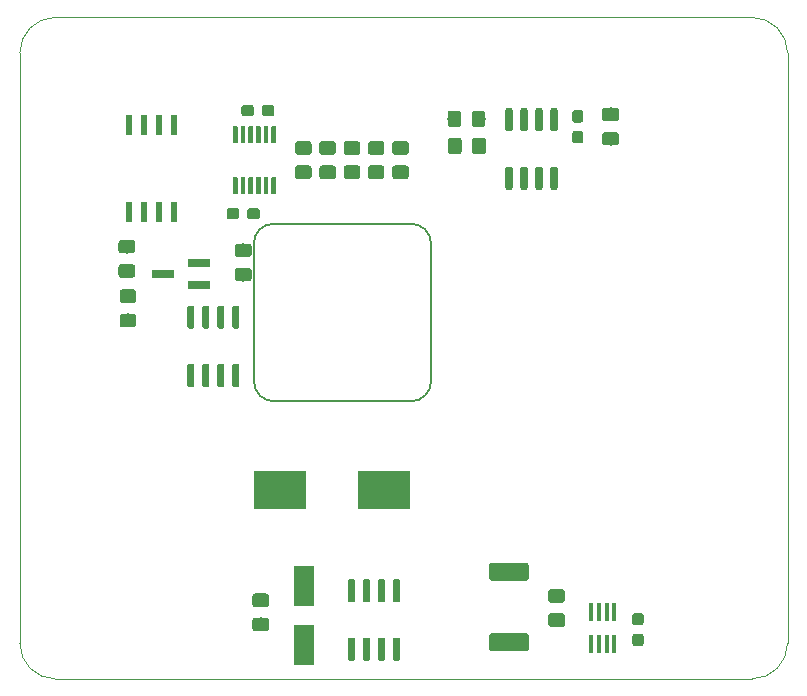
<source format=gbr>
G04 #@! TF.GenerationSoftware,KiCad,Pcbnew,(5.1.2)-1*
G04 #@! TF.CreationDate,2019-08-04T20:48:43+02:00*
G04 #@! TF.ProjectId,SMPS hat,534d5053-2068-4617-942e-6b696361645f,rev?*
G04 #@! TF.SameCoordinates,Original*
G04 #@! TF.FileFunction,Paste,Bot*
G04 #@! TF.FilePolarity,Positive*
%FSLAX46Y46*%
G04 Gerber Fmt 4.6, Leading zero omitted, Abs format (unit mm)*
G04 Created by KiCad (PCBNEW (5.1.2)-1) date 2019-08-04 20:48:43*
%MOMM*%
%LPD*%
G04 APERTURE LIST*
%ADD10C,0.150000*%
%ADD11C,0.100000*%
%ADD12C,1.525000*%
%ADD13R,0.400000X1.560000*%
%ADD14C,0.600000*%
%ADD15C,0.400000*%
%ADD16C,1.150000*%
%ADD17R,1.900000X0.800000*%
%ADD18R,0.550000X1.750000*%
%ADD19R,1.800000X3.500000*%
%ADD20R,4.500000X3.300000*%
%ADD21C,0.950000*%
G04 APERTURE END LIST*
D10*
X100101383Y-93318831D02*
G75*
G02X98374200Y-91643200I-50783J1675631D01*
G01*
X113359431Y-91592417D02*
G75*
G02X111683800Y-93319600I-1675631J-50783D01*
G01*
X111633017Y-78283569D02*
G75*
G02X113360200Y-79959200I50783J-1675631D01*
G01*
X98349569Y-80009983D02*
G75*
G02X100025200Y-78282800I1675631J50783D01*
G01*
X98374200Y-91643200D02*
X98349569Y-80009983D01*
X111683800Y-93319600D02*
X100101383Y-93318831D01*
X113360200Y-79959200D02*
X113359431Y-91592417D01*
X100025200Y-78282800D02*
X111633017Y-78283569D01*
D11*
X78546357Y-63830200D02*
X78546356Y-113817611D01*
X78546357Y-63830200D02*
G75*
G02X81534000Y-60817611I2999999J12589D01*
G01*
X140546356Y-60817611D02*
X81534000Y-60817611D01*
X140546356Y-60817611D02*
G75*
G02X143546356Y-63817611I0J-3000000D01*
G01*
X143546351Y-113822847D02*
X143546356Y-63817611D01*
X81546356Y-116817611D02*
G75*
G02X78546356Y-113817611I0J3000000D01*
G01*
X81546356Y-116817611D02*
X140546356Y-116817611D01*
X143546351Y-113822847D02*
G75*
G02X140546356Y-116817611I-2999995J5236D01*
G01*
G36*
X121403545Y-112967664D02*
G01*
X121427813Y-112971264D01*
X121451612Y-112977225D01*
X121474711Y-112985490D01*
X121496890Y-112995980D01*
X121517933Y-113008592D01*
X121537639Y-113023207D01*
X121555817Y-113039683D01*
X121572293Y-113057861D01*
X121586908Y-113077567D01*
X121599520Y-113098610D01*
X121610010Y-113120789D01*
X121618275Y-113143888D01*
X121624236Y-113167687D01*
X121627836Y-113191955D01*
X121629040Y-113216459D01*
X121629040Y-114241461D01*
X121627836Y-114265965D01*
X121624236Y-114290233D01*
X121618275Y-114314032D01*
X121610010Y-114337131D01*
X121599520Y-114359310D01*
X121586908Y-114380353D01*
X121572293Y-114400059D01*
X121555817Y-114418237D01*
X121537639Y-114434713D01*
X121517933Y-114449328D01*
X121496890Y-114461940D01*
X121474711Y-114472430D01*
X121451612Y-114480695D01*
X121427813Y-114486656D01*
X121403545Y-114490256D01*
X121379041Y-114491460D01*
X118529039Y-114491460D01*
X118504535Y-114490256D01*
X118480267Y-114486656D01*
X118456468Y-114480695D01*
X118433369Y-114472430D01*
X118411190Y-114461940D01*
X118390147Y-114449328D01*
X118370441Y-114434713D01*
X118352263Y-114418237D01*
X118335787Y-114400059D01*
X118321172Y-114380353D01*
X118308560Y-114359310D01*
X118298070Y-114337131D01*
X118289805Y-114314032D01*
X118283844Y-114290233D01*
X118280244Y-114265965D01*
X118279040Y-114241461D01*
X118279040Y-113216459D01*
X118280244Y-113191955D01*
X118283844Y-113167687D01*
X118289805Y-113143888D01*
X118298070Y-113120789D01*
X118308560Y-113098610D01*
X118321172Y-113077567D01*
X118335787Y-113057861D01*
X118352263Y-113039683D01*
X118370441Y-113023207D01*
X118390147Y-113008592D01*
X118411190Y-112995980D01*
X118433369Y-112985490D01*
X118456468Y-112977225D01*
X118480267Y-112971264D01*
X118504535Y-112967664D01*
X118529039Y-112966460D01*
X121379041Y-112966460D01*
X121403545Y-112967664D01*
X121403545Y-112967664D01*
G37*
D12*
X119954040Y-113728960D03*
D11*
G36*
X121403545Y-106992664D02*
G01*
X121427813Y-106996264D01*
X121451612Y-107002225D01*
X121474711Y-107010490D01*
X121496890Y-107020980D01*
X121517933Y-107033592D01*
X121537639Y-107048207D01*
X121555817Y-107064683D01*
X121572293Y-107082861D01*
X121586908Y-107102567D01*
X121599520Y-107123610D01*
X121610010Y-107145789D01*
X121618275Y-107168888D01*
X121624236Y-107192687D01*
X121627836Y-107216955D01*
X121629040Y-107241459D01*
X121629040Y-108266461D01*
X121627836Y-108290965D01*
X121624236Y-108315233D01*
X121618275Y-108339032D01*
X121610010Y-108362131D01*
X121599520Y-108384310D01*
X121586908Y-108405353D01*
X121572293Y-108425059D01*
X121555817Y-108443237D01*
X121537639Y-108459713D01*
X121517933Y-108474328D01*
X121496890Y-108486940D01*
X121474711Y-108497430D01*
X121451612Y-108505695D01*
X121427813Y-108511656D01*
X121403545Y-108515256D01*
X121379041Y-108516460D01*
X118529039Y-108516460D01*
X118504535Y-108515256D01*
X118480267Y-108511656D01*
X118456468Y-108505695D01*
X118433369Y-108497430D01*
X118411190Y-108486940D01*
X118390147Y-108474328D01*
X118370441Y-108459713D01*
X118352263Y-108443237D01*
X118335787Y-108425059D01*
X118321172Y-108405353D01*
X118308560Y-108384310D01*
X118298070Y-108362131D01*
X118289805Y-108339032D01*
X118283844Y-108315233D01*
X118280244Y-108290965D01*
X118279040Y-108266461D01*
X118279040Y-107241459D01*
X118280244Y-107216955D01*
X118283844Y-107192687D01*
X118289805Y-107168888D01*
X118298070Y-107145789D01*
X118308560Y-107123610D01*
X118321172Y-107102567D01*
X118335787Y-107082861D01*
X118352263Y-107064683D01*
X118370441Y-107048207D01*
X118390147Y-107033592D01*
X118411190Y-107020980D01*
X118433369Y-107010490D01*
X118456468Y-107002225D01*
X118480267Y-106996264D01*
X118504535Y-106992664D01*
X118529039Y-106991460D01*
X121379041Y-106991460D01*
X121403545Y-106992664D01*
X121403545Y-106992664D01*
G37*
D12*
X119954040Y-107753960D03*
D13*
X126921700Y-113887240D03*
X127571700Y-113887240D03*
X128231700Y-113887240D03*
X128881700Y-113887240D03*
X128881700Y-111187240D03*
X128231700Y-111187240D03*
X127571700Y-111187240D03*
X126921700Y-111187240D03*
D11*
G36*
X123936363Y-68501302D02*
G01*
X123950924Y-68503462D01*
X123965203Y-68507039D01*
X123979063Y-68511998D01*
X123992370Y-68518292D01*
X124004996Y-68525860D01*
X124016819Y-68534628D01*
X124027726Y-68544514D01*
X124037612Y-68555421D01*
X124046380Y-68567244D01*
X124053948Y-68579870D01*
X124060242Y-68593177D01*
X124065201Y-68607037D01*
X124068778Y-68621316D01*
X124070938Y-68635877D01*
X124071660Y-68650580D01*
X124071660Y-70300580D01*
X124070938Y-70315283D01*
X124068778Y-70329844D01*
X124065201Y-70344123D01*
X124060242Y-70357983D01*
X124053948Y-70371290D01*
X124046380Y-70383916D01*
X124037612Y-70395739D01*
X124027726Y-70406646D01*
X124016819Y-70416532D01*
X124004996Y-70425300D01*
X123992370Y-70432868D01*
X123979063Y-70439162D01*
X123965203Y-70444121D01*
X123950924Y-70447698D01*
X123936363Y-70449858D01*
X123921660Y-70450580D01*
X123621660Y-70450580D01*
X123606957Y-70449858D01*
X123592396Y-70447698D01*
X123578117Y-70444121D01*
X123564257Y-70439162D01*
X123550950Y-70432868D01*
X123538324Y-70425300D01*
X123526501Y-70416532D01*
X123515594Y-70406646D01*
X123505708Y-70395739D01*
X123496940Y-70383916D01*
X123489372Y-70371290D01*
X123483078Y-70357983D01*
X123478119Y-70344123D01*
X123474542Y-70329844D01*
X123472382Y-70315283D01*
X123471660Y-70300580D01*
X123471660Y-68650580D01*
X123472382Y-68635877D01*
X123474542Y-68621316D01*
X123478119Y-68607037D01*
X123483078Y-68593177D01*
X123489372Y-68579870D01*
X123496940Y-68567244D01*
X123505708Y-68555421D01*
X123515594Y-68544514D01*
X123526501Y-68534628D01*
X123538324Y-68525860D01*
X123550950Y-68518292D01*
X123564257Y-68511998D01*
X123578117Y-68507039D01*
X123592396Y-68503462D01*
X123606957Y-68501302D01*
X123621660Y-68500580D01*
X123921660Y-68500580D01*
X123936363Y-68501302D01*
X123936363Y-68501302D01*
G37*
D14*
X123771660Y-69475580D03*
D11*
G36*
X122666363Y-68501302D02*
G01*
X122680924Y-68503462D01*
X122695203Y-68507039D01*
X122709063Y-68511998D01*
X122722370Y-68518292D01*
X122734996Y-68525860D01*
X122746819Y-68534628D01*
X122757726Y-68544514D01*
X122767612Y-68555421D01*
X122776380Y-68567244D01*
X122783948Y-68579870D01*
X122790242Y-68593177D01*
X122795201Y-68607037D01*
X122798778Y-68621316D01*
X122800938Y-68635877D01*
X122801660Y-68650580D01*
X122801660Y-70300580D01*
X122800938Y-70315283D01*
X122798778Y-70329844D01*
X122795201Y-70344123D01*
X122790242Y-70357983D01*
X122783948Y-70371290D01*
X122776380Y-70383916D01*
X122767612Y-70395739D01*
X122757726Y-70406646D01*
X122746819Y-70416532D01*
X122734996Y-70425300D01*
X122722370Y-70432868D01*
X122709063Y-70439162D01*
X122695203Y-70444121D01*
X122680924Y-70447698D01*
X122666363Y-70449858D01*
X122651660Y-70450580D01*
X122351660Y-70450580D01*
X122336957Y-70449858D01*
X122322396Y-70447698D01*
X122308117Y-70444121D01*
X122294257Y-70439162D01*
X122280950Y-70432868D01*
X122268324Y-70425300D01*
X122256501Y-70416532D01*
X122245594Y-70406646D01*
X122235708Y-70395739D01*
X122226940Y-70383916D01*
X122219372Y-70371290D01*
X122213078Y-70357983D01*
X122208119Y-70344123D01*
X122204542Y-70329844D01*
X122202382Y-70315283D01*
X122201660Y-70300580D01*
X122201660Y-68650580D01*
X122202382Y-68635877D01*
X122204542Y-68621316D01*
X122208119Y-68607037D01*
X122213078Y-68593177D01*
X122219372Y-68579870D01*
X122226940Y-68567244D01*
X122235708Y-68555421D01*
X122245594Y-68544514D01*
X122256501Y-68534628D01*
X122268324Y-68525860D01*
X122280950Y-68518292D01*
X122294257Y-68511998D01*
X122308117Y-68507039D01*
X122322396Y-68503462D01*
X122336957Y-68501302D01*
X122351660Y-68500580D01*
X122651660Y-68500580D01*
X122666363Y-68501302D01*
X122666363Y-68501302D01*
G37*
D14*
X122501660Y-69475580D03*
D11*
G36*
X121396363Y-68501302D02*
G01*
X121410924Y-68503462D01*
X121425203Y-68507039D01*
X121439063Y-68511998D01*
X121452370Y-68518292D01*
X121464996Y-68525860D01*
X121476819Y-68534628D01*
X121487726Y-68544514D01*
X121497612Y-68555421D01*
X121506380Y-68567244D01*
X121513948Y-68579870D01*
X121520242Y-68593177D01*
X121525201Y-68607037D01*
X121528778Y-68621316D01*
X121530938Y-68635877D01*
X121531660Y-68650580D01*
X121531660Y-70300580D01*
X121530938Y-70315283D01*
X121528778Y-70329844D01*
X121525201Y-70344123D01*
X121520242Y-70357983D01*
X121513948Y-70371290D01*
X121506380Y-70383916D01*
X121497612Y-70395739D01*
X121487726Y-70406646D01*
X121476819Y-70416532D01*
X121464996Y-70425300D01*
X121452370Y-70432868D01*
X121439063Y-70439162D01*
X121425203Y-70444121D01*
X121410924Y-70447698D01*
X121396363Y-70449858D01*
X121381660Y-70450580D01*
X121081660Y-70450580D01*
X121066957Y-70449858D01*
X121052396Y-70447698D01*
X121038117Y-70444121D01*
X121024257Y-70439162D01*
X121010950Y-70432868D01*
X120998324Y-70425300D01*
X120986501Y-70416532D01*
X120975594Y-70406646D01*
X120965708Y-70395739D01*
X120956940Y-70383916D01*
X120949372Y-70371290D01*
X120943078Y-70357983D01*
X120938119Y-70344123D01*
X120934542Y-70329844D01*
X120932382Y-70315283D01*
X120931660Y-70300580D01*
X120931660Y-68650580D01*
X120932382Y-68635877D01*
X120934542Y-68621316D01*
X120938119Y-68607037D01*
X120943078Y-68593177D01*
X120949372Y-68579870D01*
X120956940Y-68567244D01*
X120965708Y-68555421D01*
X120975594Y-68544514D01*
X120986501Y-68534628D01*
X120998324Y-68525860D01*
X121010950Y-68518292D01*
X121024257Y-68511998D01*
X121038117Y-68507039D01*
X121052396Y-68503462D01*
X121066957Y-68501302D01*
X121081660Y-68500580D01*
X121381660Y-68500580D01*
X121396363Y-68501302D01*
X121396363Y-68501302D01*
G37*
D14*
X121231660Y-69475580D03*
D11*
G36*
X120126363Y-68501302D02*
G01*
X120140924Y-68503462D01*
X120155203Y-68507039D01*
X120169063Y-68511998D01*
X120182370Y-68518292D01*
X120194996Y-68525860D01*
X120206819Y-68534628D01*
X120217726Y-68544514D01*
X120227612Y-68555421D01*
X120236380Y-68567244D01*
X120243948Y-68579870D01*
X120250242Y-68593177D01*
X120255201Y-68607037D01*
X120258778Y-68621316D01*
X120260938Y-68635877D01*
X120261660Y-68650580D01*
X120261660Y-70300580D01*
X120260938Y-70315283D01*
X120258778Y-70329844D01*
X120255201Y-70344123D01*
X120250242Y-70357983D01*
X120243948Y-70371290D01*
X120236380Y-70383916D01*
X120227612Y-70395739D01*
X120217726Y-70406646D01*
X120206819Y-70416532D01*
X120194996Y-70425300D01*
X120182370Y-70432868D01*
X120169063Y-70439162D01*
X120155203Y-70444121D01*
X120140924Y-70447698D01*
X120126363Y-70449858D01*
X120111660Y-70450580D01*
X119811660Y-70450580D01*
X119796957Y-70449858D01*
X119782396Y-70447698D01*
X119768117Y-70444121D01*
X119754257Y-70439162D01*
X119740950Y-70432868D01*
X119728324Y-70425300D01*
X119716501Y-70416532D01*
X119705594Y-70406646D01*
X119695708Y-70395739D01*
X119686940Y-70383916D01*
X119679372Y-70371290D01*
X119673078Y-70357983D01*
X119668119Y-70344123D01*
X119664542Y-70329844D01*
X119662382Y-70315283D01*
X119661660Y-70300580D01*
X119661660Y-68650580D01*
X119662382Y-68635877D01*
X119664542Y-68621316D01*
X119668119Y-68607037D01*
X119673078Y-68593177D01*
X119679372Y-68579870D01*
X119686940Y-68567244D01*
X119695708Y-68555421D01*
X119705594Y-68544514D01*
X119716501Y-68534628D01*
X119728324Y-68525860D01*
X119740950Y-68518292D01*
X119754257Y-68511998D01*
X119768117Y-68507039D01*
X119782396Y-68503462D01*
X119796957Y-68501302D01*
X119811660Y-68500580D01*
X120111660Y-68500580D01*
X120126363Y-68501302D01*
X120126363Y-68501302D01*
G37*
D14*
X119961660Y-69475580D03*
D11*
G36*
X120126363Y-73451302D02*
G01*
X120140924Y-73453462D01*
X120155203Y-73457039D01*
X120169063Y-73461998D01*
X120182370Y-73468292D01*
X120194996Y-73475860D01*
X120206819Y-73484628D01*
X120217726Y-73494514D01*
X120227612Y-73505421D01*
X120236380Y-73517244D01*
X120243948Y-73529870D01*
X120250242Y-73543177D01*
X120255201Y-73557037D01*
X120258778Y-73571316D01*
X120260938Y-73585877D01*
X120261660Y-73600580D01*
X120261660Y-75250580D01*
X120260938Y-75265283D01*
X120258778Y-75279844D01*
X120255201Y-75294123D01*
X120250242Y-75307983D01*
X120243948Y-75321290D01*
X120236380Y-75333916D01*
X120227612Y-75345739D01*
X120217726Y-75356646D01*
X120206819Y-75366532D01*
X120194996Y-75375300D01*
X120182370Y-75382868D01*
X120169063Y-75389162D01*
X120155203Y-75394121D01*
X120140924Y-75397698D01*
X120126363Y-75399858D01*
X120111660Y-75400580D01*
X119811660Y-75400580D01*
X119796957Y-75399858D01*
X119782396Y-75397698D01*
X119768117Y-75394121D01*
X119754257Y-75389162D01*
X119740950Y-75382868D01*
X119728324Y-75375300D01*
X119716501Y-75366532D01*
X119705594Y-75356646D01*
X119695708Y-75345739D01*
X119686940Y-75333916D01*
X119679372Y-75321290D01*
X119673078Y-75307983D01*
X119668119Y-75294123D01*
X119664542Y-75279844D01*
X119662382Y-75265283D01*
X119661660Y-75250580D01*
X119661660Y-73600580D01*
X119662382Y-73585877D01*
X119664542Y-73571316D01*
X119668119Y-73557037D01*
X119673078Y-73543177D01*
X119679372Y-73529870D01*
X119686940Y-73517244D01*
X119695708Y-73505421D01*
X119705594Y-73494514D01*
X119716501Y-73484628D01*
X119728324Y-73475860D01*
X119740950Y-73468292D01*
X119754257Y-73461998D01*
X119768117Y-73457039D01*
X119782396Y-73453462D01*
X119796957Y-73451302D01*
X119811660Y-73450580D01*
X120111660Y-73450580D01*
X120126363Y-73451302D01*
X120126363Y-73451302D01*
G37*
D14*
X119961660Y-74425580D03*
D11*
G36*
X121396363Y-73451302D02*
G01*
X121410924Y-73453462D01*
X121425203Y-73457039D01*
X121439063Y-73461998D01*
X121452370Y-73468292D01*
X121464996Y-73475860D01*
X121476819Y-73484628D01*
X121487726Y-73494514D01*
X121497612Y-73505421D01*
X121506380Y-73517244D01*
X121513948Y-73529870D01*
X121520242Y-73543177D01*
X121525201Y-73557037D01*
X121528778Y-73571316D01*
X121530938Y-73585877D01*
X121531660Y-73600580D01*
X121531660Y-75250580D01*
X121530938Y-75265283D01*
X121528778Y-75279844D01*
X121525201Y-75294123D01*
X121520242Y-75307983D01*
X121513948Y-75321290D01*
X121506380Y-75333916D01*
X121497612Y-75345739D01*
X121487726Y-75356646D01*
X121476819Y-75366532D01*
X121464996Y-75375300D01*
X121452370Y-75382868D01*
X121439063Y-75389162D01*
X121425203Y-75394121D01*
X121410924Y-75397698D01*
X121396363Y-75399858D01*
X121381660Y-75400580D01*
X121081660Y-75400580D01*
X121066957Y-75399858D01*
X121052396Y-75397698D01*
X121038117Y-75394121D01*
X121024257Y-75389162D01*
X121010950Y-75382868D01*
X120998324Y-75375300D01*
X120986501Y-75366532D01*
X120975594Y-75356646D01*
X120965708Y-75345739D01*
X120956940Y-75333916D01*
X120949372Y-75321290D01*
X120943078Y-75307983D01*
X120938119Y-75294123D01*
X120934542Y-75279844D01*
X120932382Y-75265283D01*
X120931660Y-75250580D01*
X120931660Y-73600580D01*
X120932382Y-73585877D01*
X120934542Y-73571316D01*
X120938119Y-73557037D01*
X120943078Y-73543177D01*
X120949372Y-73529870D01*
X120956940Y-73517244D01*
X120965708Y-73505421D01*
X120975594Y-73494514D01*
X120986501Y-73484628D01*
X120998324Y-73475860D01*
X121010950Y-73468292D01*
X121024257Y-73461998D01*
X121038117Y-73457039D01*
X121052396Y-73453462D01*
X121066957Y-73451302D01*
X121081660Y-73450580D01*
X121381660Y-73450580D01*
X121396363Y-73451302D01*
X121396363Y-73451302D01*
G37*
D14*
X121231660Y-74425580D03*
D11*
G36*
X122666363Y-73451302D02*
G01*
X122680924Y-73453462D01*
X122695203Y-73457039D01*
X122709063Y-73461998D01*
X122722370Y-73468292D01*
X122734996Y-73475860D01*
X122746819Y-73484628D01*
X122757726Y-73494514D01*
X122767612Y-73505421D01*
X122776380Y-73517244D01*
X122783948Y-73529870D01*
X122790242Y-73543177D01*
X122795201Y-73557037D01*
X122798778Y-73571316D01*
X122800938Y-73585877D01*
X122801660Y-73600580D01*
X122801660Y-75250580D01*
X122800938Y-75265283D01*
X122798778Y-75279844D01*
X122795201Y-75294123D01*
X122790242Y-75307983D01*
X122783948Y-75321290D01*
X122776380Y-75333916D01*
X122767612Y-75345739D01*
X122757726Y-75356646D01*
X122746819Y-75366532D01*
X122734996Y-75375300D01*
X122722370Y-75382868D01*
X122709063Y-75389162D01*
X122695203Y-75394121D01*
X122680924Y-75397698D01*
X122666363Y-75399858D01*
X122651660Y-75400580D01*
X122351660Y-75400580D01*
X122336957Y-75399858D01*
X122322396Y-75397698D01*
X122308117Y-75394121D01*
X122294257Y-75389162D01*
X122280950Y-75382868D01*
X122268324Y-75375300D01*
X122256501Y-75366532D01*
X122245594Y-75356646D01*
X122235708Y-75345739D01*
X122226940Y-75333916D01*
X122219372Y-75321290D01*
X122213078Y-75307983D01*
X122208119Y-75294123D01*
X122204542Y-75279844D01*
X122202382Y-75265283D01*
X122201660Y-75250580D01*
X122201660Y-73600580D01*
X122202382Y-73585877D01*
X122204542Y-73571316D01*
X122208119Y-73557037D01*
X122213078Y-73543177D01*
X122219372Y-73529870D01*
X122226940Y-73517244D01*
X122235708Y-73505421D01*
X122245594Y-73494514D01*
X122256501Y-73484628D01*
X122268324Y-73475860D01*
X122280950Y-73468292D01*
X122294257Y-73461998D01*
X122308117Y-73457039D01*
X122322396Y-73453462D01*
X122336957Y-73451302D01*
X122351660Y-73450580D01*
X122651660Y-73450580D01*
X122666363Y-73451302D01*
X122666363Y-73451302D01*
G37*
D14*
X122501660Y-74425580D03*
D11*
G36*
X123936363Y-73451302D02*
G01*
X123950924Y-73453462D01*
X123965203Y-73457039D01*
X123979063Y-73461998D01*
X123992370Y-73468292D01*
X124004996Y-73475860D01*
X124016819Y-73484628D01*
X124027726Y-73494514D01*
X124037612Y-73505421D01*
X124046380Y-73517244D01*
X124053948Y-73529870D01*
X124060242Y-73543177D01*
X124065201Y-73557037D01*
X124068778Y-73571316D01*
X124070938Y-73585877D01*
X124071660Y-73600580D01*
X124071660Y-75250580D01*
X124070938Y-75265283D01*
X124068778Y-75279844D01*
X124065201Y-75294123D01*
X124060242Y-75307983D01*
X124053948Y-75321290D01*
X124046380Y-75333916D01*
X124037612Y-75345739D01*
X124027726Y-75356646D01*
X124016819Y-75366532D01*
X124004996Y-75375300D01*
X123992370Y-75382868D01*
X123979063Y-75389162D01*
X123965203Y-75394121D01*
X123950924Y-75397698D01*
X123936363Y-75399858D01*
X123921660Y-75400580D01*
X123621660Y-75400580D01*
X123606957Y-75399858D01*
X123592396Y-75397698D01*
X123578117Y-75394121D01*
X123564257Y-75389162D01*
X123550950Y-75382868D01*
X123538324Y-75375300D01*
X123526501Y-75366532D01*
X123515594Y-75356646D01*
X123505708Y-75345739D01*
X123496940Y-75333916D01*
X123489372Y-75321290D01*
X123483078Y-75307983D01*
X123478119Y-75294123D01*
X123474542Y-75279844D01*
X123472382Y-75265283D01*
X123471660Y-75250580D01*
X123471660Y-73600580D01*
X123472382Y-73585877D01*
X123474542Y-73571316D01*
X123478119Y-73557037D01*
X123483078Y-73543177D01*
X123489372Y-73529870D01*
X123496940Y-73517244D01*
X123505708Y-73505421D01*
X123515594Y-73494514D01*
X123526501Y-73484628D01*
X123538324Y-73475860D01*
X123550950Y-73468292D01*
X123564257Y-73461998D01*
X123578117Y-73457039D01*
X123592396Y-73453462D01*
X123606957Y-73451302D01*
X123621660Y-73450580D01*
X123921660Y-73450580D01*
X123936363Y-73451302D01*
X123936363Y-73451302D01*
G37*
D14*
X123771660Y-74425580D03*
D11*
G36*
X96902182Y-74326022D02*
G01*
X96911889Y-74327461D01*
X96921408Y-74329846D01*
X96930648Y-74333152D01*
X96939520Y-74337348D01*
X96947937Y-74342393D01*
X96955819Y-74348239D01*
X96963091Y-74354829D01*
X96969681Y-74362101D01*
X96975527Y-74369983D01*
X96980572Y-74378400D01*
X96984768Y-74387272D01*
X96988074Y-74396512D01*
X96990459Y-74406031D01*
X96991898Y-74415738D01*
X96992380Y-74425540D01*
X96992380Y-75675540D01*
X96991898Y-75685342D01*
X96990459Y-75695049D01*
X96988074Y-75704568D01*
X96984768Y-75713808D01*
X96980572Y-75722680D01*
X96975527Y-75731097D01*
X96969681Y-75738979D01*
X96963091Y-75746251D01*
X96955819Y-75752841D01*
X96947937Y-75758687D01*
X96939520Y-75763732D01*
X96930648Y-75767928D01*
X96921408Y-75771234D01*
X96911889Y-75773619D01*
X96902182Y-75775058D01*
X96892380Y-75775540D01*
X96692380Y-75775540D01*
X96682578Y-75775058D01*
X96672871Y-75773619D01*
X96663352Y-75771234D01*
X96654112Y-75767928D01*
X96645240Y-75763732D01*
X96636823Y-75758687D01*
X96628941Y-75752841D01*
X96621669Y-75746251D01*
X96615079Y-75738979D01*
X96609233Y-75731097D01*
X96604188Y-75722680D01*
X96599992Y-75713808D01*
X96596686Y-75704568D01*
X96594301Y-75695049D01*
X96592862Y-75685342D01*
X96592380Y-75675540D01*
X96592380Y-74425540D01*
X96592862Y-74415738D01*
X96594301Y-74406031D01*
X96596686Y-74396512D01*
X96599992Y-74387272D01*
X96604188Y-74378400D01*
X96609233Y-74369983D01*
X96615079Y-74362101D01*
X96621669Y-74354829D01*
X96628941Y-74348239D01*
X96636823Y-74342393D01*
X96645240Y-74337348D01*
X96654112Y-74333152D01*
X96663352Y-74329846D01*
X96672871Y-74327461D01*
X96682578Y-74326022D01*
X96692380Y-74325540D01*
X96892380Y-74325540D01*
X96902182Y-74326022D01*
X96902182Y-74326022D01*
G37*
D15*
X96792380Y-75050540D03*
D11*
G36*
X97552182Y-74326022D02*
G01*
X97561889Y-74327461D01*
X97571408Y-74329846D01*
X97580648Y-74333152D01*
X97589520Y-74337348D01*
X97597937Y-74342393D01*
X97605819Y-74348239D01*
X97613091Y-74354829D01*
X97619681Y-74362101D01*
X97625527Y-74369983D01*
X97630572Y-74378400D01*
X97634768Y-74387272D01*
X97638074Y-74396512D01*
X97640459Y-74406031D01*
X97641898Y-74415738D01*
X97642380Y-74425540D01*
X97642380Y-75675540D01*
X97641898Y-75685342D01*
X97640459Y-75695049D01*
X97638074Y-75704568D01*
X97634768Y-75713808D01*
X97630572Y-75722680D01*
X97625527Y-75731097D01*
X97619681Y-75738979D01*
X97613091Y-75746251D01*
X97605819Y-75752841D01*
X97597937Y-75758687D01*
X97589520Y-75763732D01*
X97580648Y-75767928D01*
X97571408Y-75771234D01*
X97561889Y-75773619D01*
X97552182Y-75775058D01*
X97542380Y-75775540D01*
X97342380Y-75775540D01*
X97332578Y-75775058D01*
X97322871Y-75773619D01*
X97313352Y-75771234D01*
X97304112Y-75767928D01*
X97295240Y-75763732D01*
X97286823Y-75758687D01*
X97278941Y-75752841D01*
X97271669Y-75746251D01*
X97265079Y-75738979D01*
X97259233Y-75731097D01*
X97254188Y-75722680D01*
X97249992Y-75713808D01*
X97246686Y-75704568D01*
X97244301Y-75695049D01*
X97242862Y-75685342D01*
X97242380Y-75675540D01*
X97242380Y-74425540D01*
X97242862Y-74415738D01*
X97244301Y-74406031D01*
X97246686Y-74396512D01*
X97249992Y-74387272D01*
X97254188Y-74378400D01*
X97259233Y-74369983D01*
X97265079Y-74362101D01*
X97271669Y-74354829D01*
X97278941Y-74348239D01*
X97286823Y-74342393D01*
X97295240Y-74337348D01*
X97304112Y-74333152D01*
X97313352Y-74329846D01*
X97322871Y-74327461D01*
X97332578Y-74326022D01*
X97342380Y-74325540D01*
X97542380Y-74325540D01*
X97552182Y-74326022D01*
X97552182Y-74326022D01*
G37*
D15*
X97442380Y-75050540D03*
D11*
G36*
X98202182Y-74326022D02*
G01*
X98211889Y-74327461D01*
X98221408Y-74329846D01*
X98230648Y-74333152D01*
X98239520Y-74337348D01*
X98247937Y-74342393D01*
X98255819Y-74348239D01*
X98263091Y-74354829D01*
X98269681Y-74362101D01*
X98275527Y-74369983D01*
X98280572Y-74378400D01*
X98284768Y-74387272D01*
X98288074Y-74396512D01*
X98290459Y-74406031D01*
X98291898Y-74415738D01*
X98292380Y-74425540D01*
X98292380Y-75675540D01*
X98291898Y-75685342D01*
X98290459Y-75695049D01*
X98288074Y-75704568D01*
X98284768Y-75713808D01*
X98280572Y-75722680D01*
X98275527Y-75731097D01*
X98269681Y-75738979D01*
X98263091Y-75746251D01*
X98255819Y-75752841D01*
X98247937Y-75758687D01*
X98239520Y-75763732D01*
X98230648Y-75767928D01*
X98221408Y-75771234D01*
X98211889Y-75773619D01*
X98202182Y-75775058D01*
X98192380Y-75775540D01*
X97992380Y-75775540D01*
X97982578Y-75775058D01*
X97972871Y-75773619D01*
X97963352Y-75771234D01*
X97954112Y-75767928D01*
X97945240Y-75763732D01*
X97936823Y-75758687D01*
X97928941Y-75752841D01*
X97921669Y-75746251D01*
X97915079Y-75738979D01*
X97909233Y-75731097D01*
X97904188Y-75722680D01*
X97899992Y-75713808D01*
X97896686Y-75704568D01*
X97894301Y-75695049D01*
X97892862Y-75685342D01*
X97892380Y-75675540D01*
X97892380Y-74425540D01*
X97892862Y-74415738D01*
X97894301Y-74406031D01*
X97896686Y-74396512D01*
X97899992Y-74387272D01*
X97904188Y-74378400D01*
X97909233Y-74369983D01*
X97915079Y-74362101D01*
X97921669Y-74354829D01*
X97928941Y-74348239D01*
X97936823Y-74342393D01*
X97945240Y-74337348D01*
X97954112Y-74333152D01*
X97963352Y-74329846D01*
X97972871Y-74327461D01*
X97982578Y-74326022D01*
X97992380Y-74325540D01*
X98192380Y-74325540D01*
X98202182Y-74326022D01*
X98202182Y-74326022D01*
G37*
D15*
X98092380Y-75050540D03*
D11*
G36*
X98852182Y-74326022D02*
G01*
X98861889Y-74327461D01*
X98871408Y-74329846D01*
X98880648Y-74333152D01*
X98889520Y-74337348D01*
X98897937Y-74342393D01*
X98905819Y-74348239D01*
X98913091Y-74354829D01*
X98919681Y-74362101D01*
X98925527Y-74369983D01*
X98930572Y-74378400D01*
X98934768Y-74387272D01*
X98938074Y-74396512D01*
X98940459Y-74406031D01*
X98941898Y-74415738D01*
X98942380Y-74425540D01*
X98942380Y-75675540D01*
X98941898Y-75685342D01*
X98940459Y-75695049D01*
X98938074Y-75704568D01*
X98934768Y-75713808D01*
X98930572Y-75722680D01*
X98925527Y-75731097D01*
X98919681Y-75738979D01*
X98913091Y-75746251D01*
X98905819Y-75752841D01*
X98897937Y-75758687D01*
X98889520Y-75763732D01*
X98880648Y-75767928D01*
X98871408Y-75771234D01*
X98861889Y-75773619D01*
X98852182Y-75775058D01*
X98842380Y-75775540D01*
X98642380Y-75775540D01*
X98632578Y-75775058D01*
X98622871Y-75773619D01*
X98613352Y-75771234D01*
X98604112Y-75767928D01*
X98595240Y-75763732D01*
X98586823Y-75758687D01*
X98578941Y-75752841D01*
X98571669Y-75746251D01*
X98565079Y-75738979D01*
X98559233Y-75731097D01*
X98554188Y-75722680D01*
X98549992Y-75713808D01*
X98546686Y-75704568D01*
X98544301Y-75695049D01*
X98542862Y-75685342D01*
X98542380Y-75675540D01*
X98542380Y-74425540D01*
X98542862Y-74415738D01*
X98544301Y-74406031D01*
X98546686Y-74396512D01*
X98549992Y-74387272D01*
X98554188Y-74378400D01*
X98559233Y-74369983D01*
X98565079Y-74362101D01*
X98571669Y-74354829D01*
X98578941Y-74348239D01*
X98586823Y-74342393D01*
X98595240Y-74337348D01*
X98604112Y-74333152D01*
X98613352Y-74329846D01*
X98622871Y-74327461D01*
X98632578Y-74326022D01*
X98642380Y-74325540D01*
X98842380Y-74325540D01*
X98852182Y-74326022D01*
X98852182Y-74326022D01*
G37*
D15*
X98742380Y-75050540D03*
D11*
G36*
X99502182Y-74326022D02*
G01*
X99511889Y-74327461D01*
X99521408Y-74329846D01*
X99530648Y-74333152D01*
X99539520Y-74337348D01*
X99547937Y-74342393D01*
X99555819Y-74348239D01*
X99563091Y-74354829D01*
X99569681Y-74362101D01*
X99575527Y-74369983D01*
X99580572Y-74378400D01*
X99584768Y-74387272D01*
X99588074Y-74396512D01*
X99590459Y-74406031D01*
X99591898Y-74415738D01*
X99592380Y-74425540D01*
X99592380Y-75675540D01*
X99591898Y-75685342D01*
X99590459Y-75695049D01*
X99588074Y-75704568D01*
X99584768Y-75713808D01*
X99580572Y-75722680D01*
X99575527Y-75731097D01*
X99569681Y-75738979D01*
X99563091Y-75746251D01*
X99555819Y-75752841D01*
X99547937Y-75758687D01*
X99539520Y-75763732D01*
X99530648Y-75767928D01*
X99521408Y-75771234D01*
X99511889Y-75773619D01*
X99502182Y-75775058D01*
X99492380Y-75775540D01*
X99292380Y-75775540D01*
X99282578Y-75775058D01*
X99272871Y-75773619D01*
X99263352Y-75771234D01*
X99254112Y-75767928D01*
X99245240Y-75763732D01*
X99236823Y-75758687D01*
X99228941Y-75752841D01*
X99221669Y-75746251D01*
X99215079Y-75738979D01*
X99209233Y-75731097D01*
X99204188Y-75722680D01*
X99199992Y-75713808D01*
X99196686Y-75704568D01*
X99194301Y-75695049D01*
X99192862Y-75685342D01*
X99192380Y-75675540D01*
X99192380Y-74425540D01*
X99192862Y-74415738D01*
X99194301Y-74406031D01*
X99196686Y-74396512D01*
X99199992Y-74387272D01*
X99204188Y-74378400D01*
X99209233Y-74369983D01*
X99215079Y-74362101D01*
X99221669Y-74354829D01*
X99228941Y-74348239D01*
X99236823Y-74342393D01*
X99245240Y-74337348D01*
X99254112Y-74333152D01*
X99263352Y-74329846D01*
X99272871Y-74327461D01*
X99282578Y-74326022D01*
X99292380Y-74325540D01*
X99492380Y-74325540D01*
X99502182Y-74326022D01*
X99502182Y-74326022D01*
G37*
D15*
X99392380Y-75050540D03*
D11*
G36*
X100152182Y-74326022D02*
G01*
X100161889Y-74327461D01*
X100171408Y-74329846D01*
X100180648Y-74333152D01*
X100189520Y-74337348D01*
X100197937Y-74342393D01*
X100205819Y-74348239D01*
X100213091Y-74354829D01*
X100219681Y-74362101D01*
X100225527Y-74369983D01*
X100230572Y-74378400D01*
X100234768Y-74387272D01*
X100238074Y-74396512D01*
X100240459Y-74406031D01*
X100241898Y-74415738D01*
X100242380Y-74425540D01*
X100242380Y-75675540D01*
X100241898Y-75685342D01*
X100240459Y-75695049D01*
X100238074Y-75704568D01*
X100234768Y-75713808D01*
X100230572Y-75722680D01*
X100225527Y-75731097D01*
X100219681Y-75738979D01*
X100213091Y-75746251D01*
X100205819Y-75752841D01*
X100197937Y-75758687D01*
X100189520Y-75763732D01*
X100180648Y-75767928D01*
X100171408Y-75771234D01*
X100161889Y-75773619D01*
X100152182Y-75775058D01*
X100142380Y-75775540D01*
X99942380Y-75775540D01*
X99932578Y-75775058D01*
X99922871Y-75773619D01*
X99913352Y-75771234D01*
X99904112Y-75767928D01*
X99895240Y-75763732D01*
X99886823Y-75758687D01*
X99878941Y-75752841D01*
X99871669Y-75746251D01*
X99865079Y-75738979D01*
X99859233Y-75731097D01*
X99854188Y-75722680D01*
X99849992Y-75713808D01*
X99846686Y-75704568D01*
X99844301Y-75695049D01*
X99842862Y-75685342D01*
X99842380Y-75675540D01*
X99842380Y-74425540D01*
X99842862Y-74415738D01*
X99844301Y-74406031D01*
X99846686Y-74396512D01*
X99849992Y-74387272D01*
X99854188Y-74378400D01*
X99859233Y-74369983D01*
X99865079Y-74362101D01*
X99871669Y-74354829D01*
X99878941Y-74348239D01*
X99886823Y-74342393D01*
X99895240Y-74337348D01*
X99904112Y-74333152D01*
X99913352Y-74329846D01*
X99922871Y-74327461D01*
X99932578Y-74326022D01*
X99942380Y-74325540D01*
X100142380Y-74325540D01*
X100152182Y-74326022D01*
X100152182Y-74326022D01*
G37*
D15*
X100042380Y-75050540D03*
D11*
G36*
X100152182Y-70026022D02*
G01*
X100161889Y-70027461D01*
X100171408Y-70029846D01*
X100180648Y-70033152D01*
X100189520Y-70037348D01*
X100197937Y-70042393D01*
X100205819Y-70048239D01*
X100213091Y-70054829D01*
X100219681Y-70062101D01*
X100225527Y-70069983D01*
X100230572Y-70078400D01*
X100234768Y-70087272D01*
X100238074Y-70096512D01*
X100240459Y-70106031D01*
X100241898Y-70115738D01*
X100242380Y-70125540D01*
X100242380Y-71375540D01*
X100241898Y-71385342D01*
X100240459Y-71395049D01*
X100238074Y-71404568D01*
X100234768Y-71413808D01*
X100230572Y-71422680D01*
X100225527Y-71431097D01*
X100219681Y-71438979D01*
X100213091Y-71446251D01*
X100205819Y-71452841D01*
X100197937Y-71458687D01*
X100189520Y-71463732D01*
X100180648Y-71467928D01*
X100171408Y-71471234D01*
X100161889Y-71473619D01*
X100152182Y-71475058D01*
X100142380Y-71475540D01*
X99942380Y-71475540D01*
X99932578Y-71475058D01*
X99922871Y-71473619D01*
X99913352Y-71471234D01*
X99904112Y-71467928D01*
X99895240Y-71463732D01*
X99886823Y-71458687D01*
X99878941Y-71452841D01*
X99871669Y-71446251D01*
X99865079Y-71438979D01*
X99859233Y-71431097D01*
X99854188Y-71422680D01*
X99849992Y-71413808D01*
X99846686Y-71404568D01*
X99844301Y-71395049D01*
X99842862Y-71385342D01*
X99842380Y-71375540D01*
X99842380Y-70125540D01*
X99842862Y-70115738D01*
X99844301Y-70106031D01*
X99846686Y-70096512D01*
X99849992Y-70087272D01*
X99854188Y-70078400D01*
X99859233Y-70069983D01*
X99865079Y-70062101D01*
X99871669Y-70054829D01*
X99878941Y-70048239D01*
X99886823Y-70042393D01*
X99895240Y-70037348D01*
X99904112Y-70033152D01*
X99913352Y-70029846D01*
X99922871Y-70027461D01*
X99932578Y-70026022D01*
X99942380Y-70025540D01*
X100142380Y-70025540D01*
X100152182Y-70026022D01*
X100152182Y-70026022D01*
G37*
D15*
X100042380Y-70750540D03*
D11*
G36*
X99502182Y-70026022D02*
G01*
X99511889Y-70027461D01*
X99521408Y-70029846D01*
X99530648Y-70033152D01*
X99539520Y-70037348D01*
X99547937Y-70042393D01*
X99555819Y-70048239D01*
X99563091Y-70054829D01*
X99569681Y-70062101D01*
X99575527Y-70069983D01*
X99580572Y-70078400D01*
X99584768Y-70087272D01*
X99588074Y-70096512D01*
X99590459Y-70106031D01*
X99591898Y-70115738D01*
X99592380Y-70125540D01*
X99592380Y-71375540D01*
X99591898Y-71385342D01*
X99590459Y-71395049D01*
X99588074Y-71404568D01*
X99584768Y-71413808D01*
X99580572Y-71422680D01*
X99575527Y-71431097D01*
X99569681Y-71438979D01*
X99563091Y-71446251D01*
X99555819Y-71452841D01*
X99547937Y-71458687D01*
X99539520Y-71463732D01*
X99530648Y-71467928D01*
X99521408Y-71471234D01*
X99511889Y-71473619D01*
X99502182Y-71475058D01*
X99492380Y-71475540D01*
X99292380Y-71475540D01*
X99282578Y-71475058D01*
X99272871Y-71473619D01*
X99263352Y-71471234D01*
X99254112Y-71467928D01*
X99245240Y-71463732D01*
X99236823Y-71458687D01*
X99228941Y-71452841D01*
X99221669Y-71446251D01*
X99215079Y-71438979D01*
X99209233Y-71431097D01*
X99204188Y-71422680D01*
X99199992Y-71413808D01*
X99196686Y-71404568D01*
X99194301Y-71395049D01*
X99192862Y-71385342D01*
X99192380Y-71375540D01*
X99192380Y-70125540D01*
X99192862Y-70115738D01*
X99194301Y-70106031D01*
X99196686Y-70096512D01*
X99199992Y-70087272D01*
X99204188Y-70078400D01*
X99209233Y-70069983D01*
X99215079Y-70062101D01*
X99221669Y-70054829D01*
X99228941Y-70048239D01*
X99236823Y-70042393D01*
X99245240Y-70037348D01*
X99254112Y-70033152D01*
X99263352Y-70029846D01*
X99272871Y-70027461D01*
X99282578Y-70026022D01*
X99292380Y-70025540D01*
X99492380Y-70025540D01*
X99502182Y-70026022D01*
X99502182Y-70026022D01*
G37*
D15*
X99392380Y-70750540D03*
D11*
G36*
X98852182Y-70026022D02*
G01*
X98861889Y-70027461D01*
X98871408Y-70029846D01*
X98880648Y-70033152D01*
X98889520Y-70037348D01*
X98897937Y-70042393D01*
X98905819Y-70048239D01*
X98913091Y-70054829D01*
X98919681Y-70062101D01*
X98925527Y-70069983D01*
X98930572Y-70078400D01*
X98934768Y-70087272D01*
X98938074Y-70096512D01*
X98940459Y-70106031D01*
X98941898Y-70115738D01*
X98942380Y-70125540D01*
X98942380Y-71375540D01*
X98941898Y-71385342D01*
X98940459Y-71395049D01*
X98938074Y-71404568D01*
X98934768Y-71413808D01*
X98930572Y-71422680D01*
X98925527Y-71431097D01*
X98919681Y-71438979D01*
X98913091Y-71446251D01*
X98905819Y-71452841D01*
X98897937Y-71458687D01*
X98889520Y-71463732D01*
X98880648Y-71467928D01*
X98871408Y-71471234D01*
X98861889Y-71473619D01*
X98852182Y-71475058D01*
X98842380Y-71475540D01*
X98642380Y-71475540D01*
X98632578Y-71475058D01*
X98622871Y-71473619D01*
X98613352Y-71471234D01*
X98604112Y-71467928D01*
X98595240Y-71463732D01*
X98586823Y-71458687D01*
X98578941Y-71452841D01*
X98571669Y-71446251D01*
X98565079Y-71438979D01*
X98559233Y-71431097D01*
X98554188Y-71422680D01*
X98549992Y-71413808D01*
X98546686Y-71404568D01*
X98544301Y-71395049D01*
X98542862Y-71385342D01*
X98542380Y-71375540D01*
X98542380Y-70125540D01*
X98542862Y-70115738D01*
X98544301Y-70106031D01*
X98546686Y-70096512D01*
X98549992Y-70087272D01*
X98554188Y-70078400D01*
X98559233Y-70069983D01*
X98565079Y-70062101D01*
X98571669Y-70054829D01*
X98578941Y-70048239D01*
X98586823Y-70042393D01*
X98595240Y-70037348D01*
X98604112Y-70033152D01*
X98613352Y-70029846D01*
X98622871Y-70027461D01*
X98632578Y-70026022D01*
X98642380Y-70025540D01*
X98842380Y-70025540D01*
X98852182Y-70026022D01*
X98852182Y-70026022D01*
G37*
D15*
X98742380Y-70750540D03*
D11*
G36*
X98202182Y-70026022D02*
G01*
X98211889Y-70027461D01*
X98221408Y-70029846D01*
X98230648Y-70033152D01*
X98239520Y-70037348D01*
X98247937Y-70042393D01*
X98255819Y-70048239D01*
X98263091Y-70054829D01*
X98269681Y-70062101D01*
X98275527Y-70069983D01*
X98280572Y-70078400D01*
X98284768Y-70087272D01*
X98288074Y-70096512D01*
X98290459Y-70106031D01*
X98291898Y-70115738D01*
X98292380Y-70125540D01*
X98292380Y-71375540D01*
X98291898Y-71385342D01*
X98290459Y-71395049D01*
X98288074Y-71404568D01*
X98284768Y-71413808D01*
X98280572Y-71422680D01*
X98275527Y-71431097D01*
X98269681Y-71438979D01*
X98263091Y-71446251D01*
X98255819Y-71452841D01*
X98247937Y-71458687D01*
X98239520Y-71463732D01*
X98230648Y-71467928D01*
X98221408Y-71471234D01*
X98211889Y-71473619D01*
X98202182Y-71475058D01*
X98192380Y-71475540D01*
X97992380Y-71475540D01*
X97982578Y-71475058D01*
X97972871Y-71473619D01*
X97963352Y-71471234D01*
X97954112Y-71467928D01*
X97945240Y-71463732D01*
X97936823Y-71458687D01*
X97928941Y-71452841D01*
X97921669Y-71446251D01*
X97915079Y-71438979D01*
X97909233Y-71431097D01*
X97904188Y-71422680D01*
X97899992Y-71413808D01*
X97896686Y-71404568D01*
X97894301Y-71395049D01*
X97892862Y-71385342D01*
X97892380Y-71375540D01*
X97892380Y-70125540D01*
X97892862Y-70115738D01*
X97894301Y-70106031D01*
X97896686Y-70096512D01*
X97899992Y-70087272D01*
X97904188Y-70078400D01*
X97909233Y-70069983D01*
X97915079Y-70062101D01*
X97921669Y-70054829D01*
X97928941Y-70048239D01*
X97936823Y-70042393D01*
X97945240Y-70037348D01*
X97954112Y-70033152D01*
X97963352Y-70029846D01*
X97972871Y-70027461D01*
X97982578Y-70026022D01*
X97992380Y-70025540D01*
X98192380Y-70025540D01*
X98202182Y-70026022D01*
X98202182Y-70026022D01*
G37*
D15*
X98092380Y-70750540D03*
D11*
G36*
X97552182Y-70026022D02*
G01*
X97561889Y-70027461D01*
X97571408Y-70029846D01*
X97580648Y-70033152D01*
X97589520Y-70037348D01*
X97597937Y-70042393D01*
X97605819Y-70048239D01*
X97613091Y-70054829D01*
X97619681Y-70062101D01*
X97625527Y-70069983D01*
X97630572Y-70078400D01*
X97634768Y-70087272D01*
X97638074Y-70096512D01*
X97640459Y-70106031D01*
X97641898Y-70115738D01*
X97642380Y-70125540D01*
X97642380Y-71375540D01*
X97641898Y-71385342D01*
X97640459Y-71395049D01*
X97638074Y-71404568D01*
X97634768Y-71413808D01*
X97630572Y-71422680D01*
X97625527Y-71431097D01*
X97619681Y-71438979D01*
X97613091Y-71446251D01*
X97605819Y-71452841D01*
X97597937Y-71458687D01*
X97589520Y-71463732D01*
X97580648Y-71467928D01*
X97571408Y-71471234D01*
X97561889Y-71473619D01*
X97552182Y-71475058D01*
X97542380Y-71475540D01*
X97342380Y-71475540D01*
X97332578Y-71475058D01*
X97322871Y-71473619D01*
X97313352Y-71471234D01*
X97304112Y-71467928D01*
X97295240Y-71463732D01*
X97286823Y-71458687D01*
X97278941Y-71452841D01*
X97271669Y-71446251D01*
X97265079Y-71438979D01*
X97259233Y-71431097D01*
X97254188Y-71422680D01*
X97249992Y-71413808D01*
X97246686Y-71404568D01*
X97244301Y-71395049D01*
X97242862Y-71385342D01*
X97242380Y-71375540D01*
X97242380Y-70125540D01*
X97242862Y-70115738D01*
X97244301Y-70106031D01*
X97246686Y-70096512D01*
X97249992Y-70087272D01*
X97254188Y-70078400D01*
X97259233Y-70069983D01*
X97265079Y-70062101D01*
X97271669Y-70054829D01*
X97278941Y-70048239D01*
X97286823Y-70042393D01*
X97295240Y-70037348D01*
X97304112Y-70033152D01*
X97313352Y-70029846D01*
X97322871Y-70027461D01*
X97332578Y-70026022D01*
X97342380Y-70025540D01*
X97542380Y-70025540D01*
X97552182Y-70026022D01*
X97552182Y-70026022D01*
G37*
D15*
X97442380Y-70750540D03*
D11*
G36*
X96902182Y-70026022D02*
G01*
X96911889Y-70027461D01*
X96921408Y-70029846D01*
X96930648Y-70033152D01*
X96939520Y-70037348D01*
X96947937Y-70042393D01*
X96955819Y-70048239D01*
X96963091Y-70054829D01*
X96969681Y-70062101D01*
X96975527Y-70069983D01*
X96980572Y-70078400D01*
X96984768Y-70087272D01*
X96988074Y-70096512D01*
X96990459Y-70106031D01*
X96991898Y-70115738D01*
X96992380Y-70125540D01*
X96992380Y-71375540D01*
X96991898Y-71385342D01*
X96990459Y-71395049D01*
X96988074Y-71404568D01*
X96984768Y-71413808D01*
X96980572Y-71422680D01*
X96975527Y-71431097D01*
X96969681Y-71438979D01*
X96963091Y-71446251D01*
X96955819Y-71452841D01*
X96947937Y-71458687D01*
X96939520Y-71463732D01*
X96930648Y-71467928D01*
X96921408Y-71471234D01*
X96911889Y-71473619D01*
X96902182Y-71475058D01*
X96892380Y-71475540D01*
X96692380Y-71475540D01*
X96682578Y-71475058D01*
X96672871Y-71473619D01*
X96663352Y-71471234D01*
X96654112Y-71467928D01*
X96645240Y-71463732D01*
X96636823Y-71458687D01*
X96628941Y-71452841D01*
X96621669Y-71446251D01*
X96615079Y-71438979D01*
X96609233Y-71431097D01*
X96604188Y-71422680D01*
X96599992Y-71413808D01*
X96596686Y-71404568D01*
X96594301Y-71395049D01*
X96592862Y-71385342D01*
X96592380Y-71375540D01*
X96592380Y-70125540D01*
X96592862Y-70115738D01*
X96594301Y-70106031D01*
X96596686Y-70096512D01*
X96599992Y-70087272D01*
X96604188Y-70078400D01*
X96609233Y-70069983D01*
X96615079Y-70062101D01*
X96621669Y-70054829D01*
X96628941Y-70048239D01*
X96636823Y-70042393D01*
X96645240Y-70037348D01*
X96654112Y-70033152D01*
X96663352Y-70029846D01*
X96672871Y-70027461D01*
X96682578Y-70026022D01*
X96692380Y-70025540D01*
X96892380Y-70025540D01*
X96902182Y-70026022D01*
X96902182Y-70026022D01*
G37*
D15*
X96792380Y-70750540D03*
D11*
G36*
X99407505Y-109592244D02*
G01*
X99431773Y-109595844D01*
X99455572Y-109601805D01*
X99478671Y-109610070D01*
X99500850Y-109620560D01*
X99521893Y-109633172D01*
X99541599Y-109647787D01*
X99559777Y-109664263D01*
X99576253Y-109682441D01*
X99590868Y-109702147D01*
X99603480Y-109723190D01*
X99613970Y-109745369D01*
X99622235Y-109768468D01*
X99628196Y-109792267D01*
X99631796Y-109816535D01*
X99633000Y-109841039D01*
X99633000Y-110491041D01*
X99631796Y-110515545D01*
X99628196Y-110539813D01*
X99622235Y-110563612D01*
X99613970Y-110586711D01*
X99603480Y-110608890D01*
X99590868Y-110629933D01*
X99576253Y-110649639D01*
X99559777Y-110667817D01*
X99541599Y-110684293D01*
X99521893Y-110698908D01*
X99500850Y-110711520D01*
X99478671Y-110722010D01*
X99455572Y-110730275D01*
X99431773Y-110736236D01*
X99407505Y-110739836D01*
X99383001Y-110741040D01*
X98482999Y-110741040D01*
X98458495Y-110739836D01*
X98434227Y-110736236D01*
X98410428Y-110730275D01*
X98387329Y-110722010D01*
X98365150Y-110711520D01*
X98344107Y-110698908D01*
X98324401Y-110684293D01*
X98306223Y-110667817D01*
X98289747Y-110649639D01*
X98275132Y-110629933D01*
X98262520Y-110608890D01*
X98252030Y-110586711D01*
X98243765Y-110563612D01*
X98237804Y-110539813D01*
X98234204Y-110515545D01*
X98233000Y-110491041D01*
X98233000Y-109841039D01*
X98234204Y-109816535D01*
X98237804Y-109792267D01*
X98243765Y-109768468D01*
X98252030Y-109745369D01*
X98262520Y-109723190D01*
X98275132Y-109702147D01*
X98289747Y-109682441D01*
X98306223Y-109664263D01*
X98324401Y-109647787D01*
X98344107Y-109633172D01*
X98365150Y-109620560D01*
X98387329Y-109610070D01*
X98410428Y-109601805D01*
X98434227Y-109595844D01*
X98458495Y-109592244D01*
X98482999Y-109591040D01*
X99383001Y-109591040D01*
X99407505Y-109592244D01*
X99407505Y-109592244D01*
G37*
D16*
X98933000Y-110166040D03*
D11*
G36*
X99407505Y-111642244D02*
G01*
X99431773Y-111645844D01*
X99455572Y-111651805D01*
X99478671Y-111660070D01*
X99500850Y-111670560D01*
X99521893Y-111683172D01*
X99541599Y-111697787D01*
X99559777Y-111714263D01*
X99576253Y-111732441D01*
X99590868Y-111752147D01*
X99603480Y-111773190D01*
X99613970Y-111795369D01*
X99622235Y-111818468D01*
X99628196Y-111842267D01*
X99631796Y-111866535D01*
X99633000Y-111891039D01*
X99633000Y-112541041D01*
X99631796Y-112565545D01*
X99628196Y-112589813D01*
X99622235Y-112613612D01*
X99613970Y-112636711D01*
X99603480Y-112658890D01*
X99590868Y-112679933D01*
X99576253Y-112699639D01*
X99559777Y-112717817D01*
X99541599Y-112734293D01*
X99521893Y-112748908D01*
X99500850Y-112761520D01*
X99478671Y-112772010D01*
X99455572Y-112780275D01*
X99431773Y-112786236D01*
X99407505Y-112789836D01*
X99383001Y-112791040D01*
X98482999Y-112791040D01*
X98458495Y-112789836D01*
X98434227Y-112786236D01*
X98410428Y-112780275D01*
X98387329Y-112772010D01*
X98365150Y-112761520D01*
X98344107Y-112748908D01*
X98324401Y-112734293D01*
X98306223Y-112717817D01*
X98289747Y-112699639D01*
X98275132Y-112679933D01*
X98262520Y-112658890D01*
X98252030Y-112636711D01*
X98243765Y-112613612D01*
X98237804Y-112589813D01*
X98234204Y-112565545D01*
X98233000Y-112541041D01*
X98233000Y-111891039D01*
X98234204Y-111866535D01*
X98237804Y-111842267D01*
X98243765Y-111818468D01*
X98252030Y-111795369D01*
X98262520Y-111773190D01*
X98275132Y-111752147D01*
X98289747Y-111732441D01*
X98306223Y-111714263D01*
X98324401Y-111697787D01*
X98344107Y-111683172D01*
X98365150Y-111670560D01*
X98387329Y-111660070D01*
X98410428Y-111651805D01*
X98434227Y-111645844D01*
X98458495Y-111642244D01*
X98482999Y-111641040D01*
X99383001Y-111641040D01*
X99407505Y-111642244D01*
X99407505Y-111642244D01*
G37*
D16*
X98933000Y-112216040D03*
D11*
G36*
X103021925Y-73349204D02*
G01*
X103046193Y-73352804D01*
X103069992Y-73358765D01*
X103093091Y-73367030D01*
X103115270Y-73377520D01*
X103136313Y-73390132D01*
X103156019Y-73404747D01*
X103174197Y-73421223D01*
X103190673Y-73439401D01*
X103205288Y-73459107D01*
X103217900Y-73480150D01*
X103228390Y-73502329D01*
X103236655Y-73525428D01*
X103242616Y-73549227D01*
X103246216Y-73573495D01*
X103247420Y-73597999D01*
X103247420Y-74248001D01*
X103246216Y-74272505D01*
X103242616Y-74296773D01*
X103236655Y-74320572D01*
X103228390Y-74343671D01*
X103217900Y-74365850D01*
X103205288Y-74386893D01*
X103190673Y-74406599D01*
X103174197Y-74424777D01*
X103156019Y-74441253D01*
X103136313Y-74455868D01*
X103115270Y-74468480D01*
X103093091Y-74478970D01*
X103069992Y-74487235D01*
X103046193Y-74493196D01*
X103021925Y-74496796D01*
X102997421Y-74498000D01*
X102097419Y-74498000D01*
X102072915Y-74496796D01*
X102048647Y-74493196D01*
X102024848Y-74487235D01*
X102001749Y-74478970D01*
X101979570Y-74468480D01*
X101958527Y-74455868D01*
X101938821Y-74441253D01*
X101920643Y-74424777D01*
X101904167Y-74406599D01*
X101889552Y-74386893D01*
X101876940Y-74365850D01*
X101866450Y-74343671D01*
X101858185Y-74320572D01*
X101852224Y-74296773D01*
X101848624Y-74272505D01*
X101847420Y-74248001D01*
X101847420Y-73597999D01*
X101848624Y-73573495D01*
X101852224Y-73549227D01*
X101858185Y-73525428D01*
X101866450Y-73502329D01*
X101876940Y-73480150D01*
X101889552Y-73459107D01*
X101904167Y-73439401D01*
X101920643Y-73421223D01*
X101938821Y-73404747D01*
X101958527Y-73390132D01*
X101979570Y-73377520D01*
X102001749Y-73367030D01*
X102024848Y-73358765D01*
X102048647Y-73352804D01*
X102072915Y-73349204D01*
X102097419Y-73348000D01*
X102997421Y-73348000D01*
X103021925Y-73349204D01*
X103021925Y-73349204D01*
G37*
D16*
X102547420Y-73923000D03*
D11*
G36*
X103021925Y-71299204D02*
G01*
X103046193Y-71302804D01*
X103069992Y-71308765D01*
X103093091Y-71317030D01*
X103115270Y-71327520D01*
X103136313Y-71340132D01*
X103156019Y-71354747D01*
X103174197Y-71371223D01*
X103190673Y-71389401D01*
X103205288Y-71409107D01*
X103217900Y-71430150D01*
X103228390Y-71452329D01*
X103236655Y-71475428D01*
X103242616Y-71499227D01*
X103246216Y-71523495D01*
X103247420Y-71547999D01*
X103247420Y-72198001D01*
X103246216Y-72222505D01*
X103242616Y-72246773D01*
X103236655Y-72270572D01*
X103228390Y-72293671D01*
X103217900Y-72315850D01*
X103205288Y-72336893D01*
X103190673Y-72356599D01*
X103174197Y-72374777D01*
X103156019Y-72391253D01*
X103136313Y-72405868D01*
X103115270Y-72418480D01*
X103093091Y-72428970D01*
X103069992Y-72437235D01*
X103046193Y-72443196D01*
X103021925Y-72446796D01*
X102997421Y-72448000D01*
X102097419Y-72448000D01*
X102072915Y-72446796D01*
X102048647Y-72443196D01*
X102024848Y-72437235D01*
X102001749Y-72428970D01*
X101979570Y-72418480D01*
X101958527Y-72405868D01*
X101938821Y-72391253D01*
X101920643Y-72374777D01*
X101904167Y-72356599D01*
X101889552Y-72336893D01*
X101876940Y-72315850D01*
X101866450Y-72293671D01*
X101858185Y-72270572D01*
X101852224Y-72246773D01*
X101848624Y-72222505D01*
X101847420Y-72198001D01*
X101847420Y-71547999D01*
X101848624Y-71523495D01*
X101852224Y-71499227D01*
X101858185Y-71475428D01*
X101866450Y-71452329D01*
X101876940Y-71430150D01*
X101889552Y-71409107D01*
X101904167Y-71389401D01*
X101920643Y-71371223D01*
X101938821Y-71354747D01*
X101958527Y-71340132D01*
X101979570Y-71327520D01*
X102001749Y-71317030D01*
X102024848Y-71308765D01*
X102048647Y-71302804D01*
X102072915Y-71299204D01*
X102097419Y-71298000D01*
X102997421Y-71298000D01*
X103021925Y-71299204D01*
X103021925Y-71299204D01*
G37*
D16*
X102547420Y-71873000D03*
D11*
G36*
X105079960Y-73349204D02*
G01*
X105104228Y-73352804D01*
X105128027Y-73358765D01*
X105151126Y-73367030D01*
X105173305Y-73377520D01*
X105194348Y-73390132D01*
X105214054Y-73404747D01*
X105232232Y-73421223D01*
X105248708Y-73439401D01*
X105263323Y-73459107D01*
X105275935Y-73480150D01*
X105286425Y-73502329D01*
X105294690Y-73525428D01*
X105300651Y-73549227D01*
X105304251Y-73573495D01*
X105305455Y-73597999D01*
X105305455Y-74248001D01*
X105304251Y-74272505D01*
X105300651Y-74296773D01*
X105294690Y-74320572D01*
X105286425Y-74343671D01*
X105275935Y-74365850D01*
X105263323Y-74386893D01*
X105248708Y-74406599D01*
X105232232Y-74424777D01*
X105214054Y-74441253D01*
X105194348Y-74455868D01*
X105173305Y-74468480D01*
X105151126Y-74478970D01*
X105128027Y-74487235D01*
X105104228Y-74493196D01*
X105079960Y-74496796D01*
X105055456Y-74498000D01*
X104155454Y-74498000D01*
X104130950Y-74496796D01*
X104106682Y-74493196D01*
X104082883Y-74487235D01*
X104059784Y-74478970D01*
X104037605Y-74468480D01*
X104016562Y-74455868D01*
X103996856Y-74441253D01*
X103978678Y-74424777D01*
X103962202Y-74406599D01*
X103947587Y-74386893D01*
X103934975Y-74365850D01*
X103924485Y-74343671D01*
X103916220Y-74320572D01*
X103910259Y-74296773D01*
X103906659Y-74272505D01*
X103905455Y-74248001D01*
X103905455Y-73597999D01*
X103906659Y-73573495D01*
X103910259Y-73549227D01*
X103916220Y-73525428D01*
X103924485Y-73502329D01*
X103934975Y-73480150D01*
X103947587Y-73459107D01*
X103962202Y-73439401D01*
X103978678Y-73421223D01*
X103996856Y-73404747D01*
X104016562Y-73390132D01*
X104037605Y-73377520D01*
X104059784Y-73367030D01*
X104082883Y-73358765D01*
X104106682Y-73352804D01*
X104130950Y-73349204D01*
X104155454Y-73348000D01*
X105055456Y-73348000D01*
X105079960Y-73349204D01*
X105079960Y-73349204D01*
G37*
D16*
X104605455Y-73923000D03*
D11*
G36*
X105079960Y-71299204D02*
G01*
X105104228Y-71302804D01*
X105128027Y-71308765D01*
X105151126Y-71317030D01*
X105173305Y-71327520D01*
X105194348Y-71340132D01*
X105214054Y-71354747D01*
X105232232Y-71371223D01*
X105248708Y-71389401D01*
X105263323Y-71409107D01*
X105275935Y-71430150D01*
X105286425Y-71452329D01*
X105294690Y-71475428D01*
X105300651Y-71499227D01*
X105304251Y-71523495D01*
X105305455Y-71547999D01*
X105305455Y-72198001D01*
X105304251Y-72222505D01*
X105300651Y-72246773D01*
X105294690Y-72270572D01*
X105286425Y-72293671D01*
X105275935Y-72315850D01*
X105263323Y-72336893D01*
X105248708Y-72356599D01*
X105232232Y-72374777D01*
X105214054Y-72391253D01*
X105194348Y-72405868D01*
X105173305Y-72418480D01*
X105151126Y-72428970D01*
X105128027Y-72437235D01*
X105104228Y-72443196D01*
X105079960Y-72446796D01*
X105055456Y-72448000D01*
X104155454Y-72448000D01*
X104130950Y-72446796D01*
X104106682Y-72443196D01*
X104082883Y-72437235D01*
X104059784Y-72428970D01*
X104037605Y-72418480D01*
X104016562Y-72405868D01*
X103996856Y-72391253D01*
X103978678Y-72374777D01*
X103962202Y-72356599D01*
X103947587Y-72336893D01*
X103934975Y-72315850D01*
X103924485Y-72293671D01*
X103916220Y-72270572D01*
X103910259Y-72246773D01*
X103906659Y-72222505D01*
X103905455Y-72198001D01*
X103905455Y-71547999D01*
X103906659Y-71523495D01*
X103910259Y-71499227D01*
X103916220Y-71475428D01*
X103924485Y-71452329D01*
X103934975Y-71430150D01*
X103947587Y-71409107D01*
X103962202Y-71389401D01*
X103978678Y-71371223D01*
X103996856Y-71354747D01*
X104016562Y-71340132D01*
X104037605Y-71327520D01*
X104059784Y-71317030D01*
X104082883Y-71308765D01*
X104106682Y-71302804D01*
X104130950Y-71299204D01*
X104155454Y-71298000D01*
X105055456Y-71298000D01*
X105079960Y-71299204D01*
X105079960Y-71299204D01*
G37*
D16*
X104605455Y-71873000D03*
D11*
G36*
X107137995Y-71299204D02*
G01*
X107162263Y-71302804D01*
X107186062Y-71308765D01*
X107209161Y-71317030D01*
X107231340Y-71327520D01*
X107252383Y-71340132D01*
X107272089Y-71354747D01*
X107290267Y-71371223D01*
X107306743Y-71389401D01*
X107321358Y-71409107D01*
X107333970Y-71430150D01*
X107344460Y-71452329D01*
X107352725Y-71475428D01*
X107358686Y-71499227D01*
X107362286Y-71523495D01*
X107363490Y-71547999D01*
X107363490Y-72198001D01*
X107362286Y-72222505D01*
X107358686Y-72246773D01*
X107352725Y-72270572D01*
X107344460Y-72293671D01*
X107333970Y-72315850D01*
X107321358Y-72336893D01*
X107306743Y-72356599D01*
X107290267Y-72374777D01*
X107272089Y-72391253D01*
X107252383Y-72405868D01*
X107231340Y-72418480D01*
X107209161Y-72428970D01*
X107186062Y-72437235D01*
X107162263Y-72443196D01*
X107137995Y-72446796D01*
X107113491Y-72448000D01*
X106213489Y-72448000D01*
X106188985Y-72446796D01*
X106164717Y-72443196D01*
X106140918Y-72437235D01*
X106117819Y-72428970D01*
X106095640Y-72418480D01*
X106074597Y-72405868D01*
X106054891Y-72391253D01*
X106036713Y-72374777D01*
X106020237Y-72356599D01*
X106005622Y-72336893D01*
X105993010Y-72315850D01*
X105982520Y-72293671D01*
X105974255Y-72270572D01*
X105968294Y-72246773D01*
X105964694Y-72222505D01*
X105963490Y-72198001D01*
X105963490Y-71547999D01*
X105964694Y-71523495D01*
X105968294Y-71499227D01*
X105974255Y-71475428D01*
X105982520Y-71452329D01*
X105993010Y-71430150D01*
X106005622Y-71409107D01*
X106020237Y-71389401D01*
X106036713Y-71371223D01*
X106054891Y-71354747D01*
X106074597Y-71340132D01*
X106095640Y-71327520D01*
X106117819Y-71317030D01*
X106140918Y-71308765D01*
X106164717Y-71302804D01*
X106188985Y-71299204D01*
X106213489Y-71298000D01*
X107113491Y-71298000D01*
X107137995Y-71299204D01*
X107137995Y-71299204D01*
G37*
D16*
X106663490Y-71873000D03*
D11*
G36*
X107137995Y-73349204D02*
G01*
X107162263Y-73352804D01*
X107186062Y-73358765D01*
X107209161Y-73367030D01*
X107231340Y-73377520D01*
X107252383Y-73390132D01*
X107272089Y-73404747D01*
X107290267Y-73421223D01*
X107306743Y-73439401D01*
X107321358Y-73459107D01*
X107333970Y-73480150D01*
X107344460Y-73502329D01*
X107352725Y-73525428D01*
X107358686Y-73549227D01*
X107362286Y-73573495D01*
X107363490Y-73597999D01*
X107363490Y-74248001D01*
X107362286Y-74272505D01*
X107358686Y-74296773D01*
X107352725Y-74320572D01*
X107344460Y-74343671D01*
X107333970Y-74365850D01*
X107321358Y-74386893D01*
X107306743Y-74406599D01*
X107290267Y-74424777D01*
X107272089Y-74441253D01*
X107252383Y-74455868D01*
X107231340Y-74468480D01*
X107209161Y-74478970D01*
X107186062Y-74487235D01*
X107162263Y-74493196D01*
X107137995Y-74496796D01*
X107113491Y-74498000D01*
X106213489Y-74498000D01*
X106188985Y-74496796D01*
X106164717Y-74493196D01*
X106140918Y-74487235D01*
X106117819Y-74478970D01*
X106095640Y-74468480D01*
X106074597Y-74455868D01*
X106054891Y-74441253D01*
X106036713Y-74424777D01*
X106020237Y-74406599D01*
X106005622Y-74386893D01*
X105993010Y-74365850D01*
X105982520Y-74343671D01*
X105974255Y-74320572D01*
X105968294Y-74296773D01*
X105964694Y-74272505D01*
X105963490Y-74248001D01*
X105963490Y-73597999D01*
X105964694Y-73573495D01*
X105968294Y-73549227D01*
X105974255Y-73525428D01*
X105982520Y-73502329D01*
X105993010Y-73480150D01*
X106005622Y-73459107D01*
X106020237Y-73439401D01*
X106036713Y-73421223D01*
X106054891Y-73404747D01*
X106074597Y-73390132D01*
X106095640Y-73377520D01*
X106117819Y-73367030D01*
X106140918Y-73358765D01*
X106164717Y-73352804D01*
X106188985Y-73349204D01*
X106213489Y-73348000D01*
X107113491Y-73348000D01*
X107137995Y-73349204D01*
X107137995Y-73349204D01*
G37*
D16*
X106663490Y-73923000D03*
D11*
G36*
X111254065Y-73349204D02*
G01*
X111278333Y-73352804D01*
X111302132Y-73358765D01*
X111325231Y-73367030D01*
X111347410Y-73377520D01*
X111368453Y-73390132D01*
X111388159Y-73404747D01*
X111406337Y-73421223D01*
X111422813Y-73439401D01*
X111437428Y-73459107D01*
X111450040Y-73480150D01*
X111460530Y-73502329D01*
X111468795Y-73525428D01*
X111474756Y-73549227D01*
X111478356Y-73573495D01*
X111479560Y-73597999D01*
X111479560Y-74248001D01*
X111478356Y-74272505D01*
X111474756Y-74296773D01*
X111468795Y-74320572D01*
X111460530Y-74343671D01*
X111450040Y-74365850D01*
X111437428Y-74386893D01*
X111422813Y-74406599D01*
X111406337Y-74424777D01*
X111388159Y-74441253D01*
X111368453Y-74455868D01*
X111347410Y-74468480D01*
X111325231Y-74478970D01*
X111302132Y-74487235D01*
X111278333Y-74493196D01*
X111254065Y-74496796D01*
X111229561Y-74498000D01*
X110329559Y-74498000D01*
X110305055Y-74496796D01*
X110280787Y-74493196D01*
X110256988Y-74487235D01*
X110233889Y-74478970D01*
X110211710Y-74468480D01*
X110190667Y-74455868D01*
X110170961Y-74441253D01*
X110152783Y-74424777D01*
X110136307Y-74406599D01*
X110121692Y-74386893D01*
X110109080Y-74365850D01*
X110098590Y-74343671D01*
X110090325Y-74320572D01*
X110084364Y-74296773D01*
X110080764Y-74272505D01*
X110079560Y-74248001D01*
X110079560Y-73597999D01*
X110080764Y-73573495D01*
X110084364Y-73549227D01*
X110090325Y-73525428D01*
X110098590Y-73502329D01*
X110109080Y-73480150D01*
X110121692Y-73459107D01*
X110136307Y-73439401D01*
X110152783Y-73421223D01*
X110170961Y-73404747D01*
X110190667Y-73390132D01*
X110211710Y-73377520D01*
X110233889Y-73367030D01*
X110256988Y-73358765D01*
X110280787Y-73352804D01*
X110305055Y-73349204D01*
X110329559Y-73348000D01*
X111229561Y-73348000D01*
X111254065Y-73349204D01*
X111254065Y-73349204D01*
G37*
D16*
X110779560Y-73923000D03*
D11*
G36*
X111254065Y-71299204D02*
G01*
X111278333Y-71302804D01*
X111302132Y-71308765D01*
X111325231Y-71317030D01*
X111347410Y-71327520D01*
X111368453Y-71340132D01*
X111388159Y-71354747D01*
X111406337Y-71371223D01*
X111422813Y-71389401D01*
X111437428Y-71409107D01*
X111450040Y-71430150D01*
X111460530Y-71452329D01*
X111468795Y-71475428D01*
X111474756Y-71499227D01*
X111478356Y-71523495D01*
X111479560Y-71547999D01*
X111479560Y-72198001D01*
X111478356Y-72222505D01*
X111474756Y-72246773D01*
X111468795Y-72270572D01*
X111460530Y-72293671D01*
X111450040Y-72315850D01*
X111437428Y-72336893D01*
X111422813Y-72356599D01*
X111406337Y-72374777D01*
X111388159Y-72391253D01*
X111368453Y-72405868D01*
X111347410Y-72418480D01*
X111325231Y-72428970D01*
X111302132Y-72437235D01*
X111278333Y-72443196D01*
X111254065Y-72446796D01*
X111229561Y-72448000D01*
X110329559Y-72448000D01*
X110305055Y-72446796D01*
X110280787Y-72443196D01*
X110256988Y-72437235D01*
X110233889Y-72428970D01*
X110211710Y-72418480D01*
X110190667Y-72405868D01*
X110170961Y-72391253D01*
X110152783Y-72374777D01*
X110136307Y-72356599D01*
X110121692Y-72336893D01*
X110109080Y-72315850D01*
X110098590Y-72293671D01*
X110090325Y-72270572D01*
X110084364Y-72246773D01*
X110080764Y-72222505D01*
X110079560Y-72198001D01*
X110079560Y-71547999D01*
X110080764Y-71523495D01*
X110084364Y-71499227D01*
X110090325Y-71475428D01*
X110098590Y-71452329D01*
X110109080Y-71430150D01*
X110121692Y-71409107D01*
X110136307Y-71389401D01*
X110152783Y-71371223D01*
X110170961Y-71354747D01*
X110190667Y-71340132D01*
X110211710Y-71327520D01*
X110233889Y-71317030D01*
X110256988Y-71308765D01*
X110280787Y-71302804D01*
X110305055Y-71299204D01*
X110329559Y-71298000D01*
X111229561Y-71298000D01*
X111254065Y-71299204D01*
X111254065Y-71299204D01*
G37*
D16*
X110779560Y-71873000D03*
D11*
G36*
X88074025Y-81705804D02*
G01*
X88098293Y-81709404D01*
X88122092Y-81715365D01*
X88145191Y-81723630D01*
X88167370Y-81734120D01*
X88188413Y-81746732D01*
X88208119Y-81761347D01*
X88226297Y-81777823D01*
X88242773Y-81796001D01*
X88257388Y-81815707D01*
X88270000Y-81836750D01*
X88280490Y-81858929D01*
X88288755Y-81882028D01*
X88294716Y-81905827D01*
X88298316Y-81930095D01*
X88299520Y-81954599D01*
X88299520Y-82604601D01*
X88298316Y-82629105D01*
X88294716Y-82653373D01*
X88288755Y-82677172D01*
X88280490Y-82700271D01*
X88270000Y-82722450D01*
X88257388Y-82743493D01*
X88242773Y-82763199D01*
X88226297Y-82781377D01*
X88208119Y-82797853D01*
X88188413Y-82812468D01*
X88167370Y-82825080D01*
X88145191Y-82835570D01*
X88122092Y-82843835D01*
X88098293Y-82849796D01*
X88074025Y-82853396D01*
X88049521Y-82854600D01*
X87149519Y-82854600D01*
X87125015Y-82853396D01*
X87100747Y-82849796D01*
X87076948Y-82843835D01*
X87053849Y-82835570D01*
X87031670Y-82825080D01*
X87010627Y-82812468D01*
X86990921Y-82797853D01*
X86972743Y-82781377D01*
X86956267Y-82763199D01*
X86941652Y-82743493D01*
X86929040Y-82722450D01*
X86918550Y-82700271D01*
X86910285Y-82677172D01*
X86904324Y-82653373D01*
X86900724Y-82629105D01*
X86899520Y-82604601D01*
X86899520Y-81954599D01*
X86900724Y-81930095D01*
X86904324Y-81905827D01*
X86910285Y-81882028D01*
X86918550Y-81858929D01*
X86929040Y-81836750D01*
X86941652Y-81815707D01*
X86956267Y-81796001D01*
X86972743Y-81777823D01*
X86990921Y-81761347D01*
X87010627Y-81746732D01*
X87031670Y-81734120D01*
X87053849Y-81723630D01*
X87076948Y-81715365D01*
X87100747Y-81709404D01*
X87125015Y-81705804D01*
X87149519Y-81704600D01*
X88049521Y-81704600D01*
X88074025Y-81705804D01*
X88074025Y-81705804D01*
G37*
D16*
X87599520Y-82279600D03*
D11*
G36*
X88074025Y-79655804D02*
G01*
X88098293Y-79659404D01*
X88122092Y-79665365D01*
X88145191Y-79673630D01*
X88167370Y-79684120D01*
X88188413Y-79696732D01*
X88208119Y-79711347D01*
X88226297Y-79727823D01*
X88242773Y-79746001D01*
X88257388Y-79765707D01*
X88270000Y-79786750D01*
X88280490Y-79808929D01*
X88288755Y-79832028D01*
X88294716Y-79855827D01*
X88298316Y-79880095D01*
X88299520Y-79904599D01*
X88299520Y-80554601D01*
X88298316Y-80579105D01*
X88294716Y-80603373D01*
X88288755Y-80627172D01*
X88280490Y-80650271D01*
X88270000Y-80672450D01*
X88257388Y-80693493D01*
X88242773Y-80713199D01*
X88226297Y-80731377D01*
X88208119Y-80747853D01*
X88188413Y-80762468D01*
X88167370Y-80775080D01*
X88145191Y-80785570D01*
X88122092Y-80793835D01*
X88098293Y-80799796D01*
X88074025Y-80803396D01*
X88049521Y-80804600D01*
X87149519Y-80804600D01*
X87125015Y-80803396D01*
X87100747Y-80799796D01*
X87076948Y-80793835D01*
X87053849Y-80785570D01*
X87031670Y-80775080D01*
X87010627Y-80762468D01*
X86990921Y-80747853D01*
X86972743Y-80731377D01*
X86956267Y-80713199D01*
X86941652Y-80693493D01*
X86929040Y-80672450D01*
X86918550Y-80650271D01*
X86910285Y-80627172D01*
X86904324Y-80603373D01*
X86900724Y-80579105D01*
X86899520Y-80554601D01*
X86899520Y-79904599D01*
X86900724Y-79880095D01*
X86904324Y-79855827D01*
X86910285Y-79832028D01*
X86918550Y-79808929D01*
X86929040Y-79786750D01*
X86941652Y-79765707D01*
X86956267Y-79746001D01*
X86972743Y-79727823D01*
X86990921Y-79711347D01*
X87010627Y-79696732D01*
X87031670Y-79684120D01*
X87053849Y-79673630D01*
X87076948Y-79665365D01*
X87100747Y-79659404D01*
X87125015Y-79655804D01*
X87149519Y-79654600D01*
X88049521Y-79654600D01*
X88074025Y-79655804D01*
X88074025Y-79655804D01*
G37*
D16*
X87599520Y-80229600D03*
D11*
G36*
X88165465Y-83849344D02*
G01*
X88189733Y-83852944D01*
X88213532Y-83858905D01*
X88236631Y-83867170D01*
X88258810Y-83877660D01*
X88279853Y-83890272D01*
X88299559Y-83904887D01*
X88317737Y-83921363D01*
X88334213Y-83939541D01*
X88348828Y-83959247D01*
X88361440Y-83980290D01*
X88371930Y-84002469D01*
X88380195Y-84025568D01*
X88386156Y-84049367D01*
X88389756Y-84073635D01*
X88390960Y-84098139D01*
X88390960Y-84748141D01*
X88389756Y-84772645D01*
X88386156Y-84796913D01*
X88380195Y-84820712D01*
X88371930Y-84843811D01*
X88361440Y-84865990D01*
X88348828Y-84887033D01*
X88334213Y-84906739D01*
X88317737Y-84924917D01*
X88299559Y-84941393D01*
X88279853Y-84956008D01*
X88258810Y-84968620D01*
X88236631Y-84979110D01*
X88213532Y-84987375D01*
X88189733Y-84993336D01*
X88165465Y-84996936D01*
X88140961Y-84998140D01*
X87240959Y-84998140D01*
X87216455Y-84996936D01*
X87192187Y-84993336D01*
X87168388Y-84987375D01*
X87145289Y-84979110D01*
X87123110Y-84968620D01*
X87102067Y-84956008D01*
X87082361Y-84941393D01*
X87064183Y-84924917D01*
X87047707Y-84906739D01*
X87033092Y-84887033D01*
X87020480Y-84865990D01*
X87009990Y-84843811D01*
X87001725Y-84820712D01*
X86995764Y-84796913D01*
X86992164Y-84772645D01*
X86990960Y-84748141D01*
X86990960Y-84098139D01*
X86992164Y-84073635D01*
X86995764Y-84049367D01*
X87001725Y-84025568D01*
X87009990Y-84002469D01*
X87020480Y-83980290D01*
X87033092Y-83959247D01*
X87047707Y-83939541D01*
X87064183Y-83921363D01*
X87082361Y-83904887D01*
X87102067Y-83890272D01*
X87123110Y-83877660D01*
X87145289Y-83867170D01*
X87168388Y-83858905D01*
X87192187Y-83852944D01*
X87216455Y-83849344D01*
X87240959Y-83848140D01*
X88140961Y-83848140D01*
X88165465Y-83849344D01*
X88165465Y-83849344D01*
G37*
D16*
X87690960Y-84423140D03*
D11*
G36*
X88165465Y-85899344D02*
G01*
X88189733Y-85902944D01*
X88213532Y-85908905D01*
X88236631Y-85917170D01*
X88258810Y-85927660D01*
X88279853Y-85940272D01*
X88299559Y-85954887D01*
X88317737Y-85971363D01*
X88334213Y-85989541D01*
X88348828Y-86009247D01*
X88361440Y-86030290D01*
X88371930Y-86052469D01*
X88380195Y-86075568D01*
X88386156Y-86099367D01*
X88389756Y-86123635D01*
X88390960Y-86148139D01*
X88390960Y-86798141D01*
X88389756Y-86822645D01*
X88386156Y-86846913D01*
X88380195Y-86870712D01*
X88371930Y-86893811D01*
X88361440Y-86915990D01*
X88348828Y-86937033D01*
X88334213Y-86956739D01*
X88317737Y-86974917D01*
X88299559Y-86991393D01*
X88279853Y-87006008D01*
X88258810Y-87018620D01*
X88236631Y-87029110D01*
X88213532Y-87037375D01*
X88189733Y-87043336D01*
X88165465Y-87046936D01*
X88140961Y-87048140D01*
X87240959Y-87048140D01*
X87216455Y-87046936D01*
X87192187Y-87043336D01*
X87168388Y-87037375D01*
X87145289Y-87029110D01*
X87123110Y-87018620D01*
X87102067Y-87006008D01*
X87082361Y-86991393D01*
X87064183Y-86974917D01*
X87047707Y-86956739D01*
X87033092Y-86937033D01*
X87020480Y-86915990D01*
X87009990Y-86893811D01*
X87001725Y-86870712D01*
X86995764Y-86846913D01*
X86992164Y-86822645D01*
X86990960Y-86798141D01*
X86990960Y-86148139D01*
X86992164Y-86123635D01*
X86995764Y-86099367D01*
X87001725Y-86075568D01*
X87009990Y-86052469D01*
X87020480Y-86030290D01*
X87033092Y-86009247D01*
X87047707Y-85989541D01*
X87064183Y-85971363D01*
X87082361Y-85954887D01*
X87102067Y-85940272D01*
X87123110Y-85927660D01*
X87145289Y-85917170D01*
X87168388Y-85908905D01*
X87192187Y-85902944D01*
X87216455Y-85899344D01*
X87240959Y-85898140D01*
X88140961Y-85898140D01*
X88165465Y-85899344D01*
X88165465Y-85899344D01*
G37*
D16*
X87690960Y-86473140D03*
D11*
G36*
X109196030Y-73349204D02*
G01*
X109220298Y-73352804D01*
X109244097Y-73358765D01*
X109267196Y-73367030D01*
X109289375Y-73377520D01*
X109310418Y-73390132D01*
X109330124Y-73404747D01*
X109348302Y-73421223D01*
X109364778Y-73439401D01*
X109379393Y-73459107D01*
X109392005Y-73480150D01*
X109402495Y-73502329D01*
X109410760Y-73525428D01*
X109416721Y-73549227D01*
X109420321Y-73573495D01*
X109421525Y-73597999D01*
X109421525Y-74248001D01*
X109420321Y-74272505D01*
X109416721Y-74296773D01*
X109410760Y-74320572D01*
X109402495Y-74343671D01*
X109392005Y-74365850D01*
X109379393Y-74386893D01*
X109364778Y-74406599D01*
X109348302Y-74424777D01*
X109330124Y-74441253D01*
X109310418Y-74455868D01*
X109289375Y-74468480D01*
X109267196Y-74478970D01*
X109244097Y-74487235D01*
X109220298Y-74493196D01*
X109196030Y-74496796D01*
X109171526Y-74498000D01*
X108271524Y-74498000D01*
X108247020Y-74496796D01*
X108222752Y-74493196D01*
X108198953Y-74487235D01*
X108175854Y-74478970D01*
X108153675Y-74468480D01*
X108132632Y-74455868D01*
X108112926Y-74441253D01*
X108094748Y-74424777D01*
X108078272Y-74406599D01*
X108063657Y-74386893D01*
X108051045Y-74365850D01*
X108040555Y-74343671D01*
X108032290Y-74320572D01*
X108026329Y-74296773D01*
X108022729Y-74272505D01*
X108021525Y-74248001D01*
X108021525Y-73597999D01*
X108022729Y-73573495D01*
X108026329Y-73549227D01*
X108032290Y-73525428D01*
X108040555Y-73502329D01*
X108051045Y-73480150D01*
X108063657Y-73459107D01*
X108078272Y-73439401D01*
X108094748Y-73421223D01*
X108112926Y-73404747D01*
X108132632Y-73390132D01*
X108153675Y-73377520D01*
X108175854Y-73367030D01*
X108198953Y-73358765D01*
X108222752Y-73352804D01*
X108247020Y-73349204D01*
X108271524Y-73348000D01*
X109171526Y-73348000D01*
X109196030Y-73349204D01*
X109196030Y-73349204D01*
G37*
D16*
X108721525Y-73923000D03*
D11*
G36*
X109196030Y-71299204D02*
G01*
X109220298Y-71302804D01*
X109244097Y-71308765D01*
X109267196Y-71317030D01*
X109289375Y-71327520D01*
X109310418Y-71340132D01*
X109330124Y-71354747D01*
X109348302Y-71371223D01*
X109364778Y-71389401D01*
X109379393Y-71409107D01*
X109392005Y-71430150D01*
X109402495Y-71452329D01*
X109410760Y-71475428D01*
X109416721Y-71499227D01*
X109420321Y-71523495D01*
X109421525Y-71547999D01*
X109421525Y-72198001D01*
X109420321Y-72222505D01*
X109416721Y-72246773D01*
X109410760Y-72270572D01*
X109402495Y-72293671D01*
X109392005Y-72315850D01*
X109379393Y-72336893D01*
X109364778Y-72356599D01*
X109348302Y-72374777D01*
X109330124Y-72391253D01*
X109310418Y-72405868D01*
X109289375Y-72418480D01*
X109267196Y-72428970D01*
X109244097Y-72437235D01*
X109220298Y-72443196D01*
X109196030Y-72446796D01*
X109171526Y-72448000D01*
X108271524Y-72448000D01*
X108247020Y-72446796D01*
X108222752Y-72443196D01*
X108198953Y-72437235D01*
X108175854Y-72428970D01*
X108153675Y-72418480D01*
X108132632Y-72405868D01*
X108112926Y-72391253D01*
X108094748Y-72374777D01*
X108078272Y-72356599D01*
X108063657Y-72336893D01*
X108051045Y-72315850D01*
X108040555Y-72293671D01*
X108032290Y-72270572D01*
X108026329Y-72246773D01*
X108022729Y-72222505D01*
X108021525Y-72198001D01*
X108021525Y-71547999D01*
X108022729Y-71523495D01*
X108026329Y-71499227D01*
X108032290Y-71475428D01*
X108040555Y-71452329D01*
X108051045Y-71430150D01*
X108063657Y-71409107D01*
X108078272Y-71389401D01*
X108094748Y-71371223D01*
X108112926Y-71354747D01*
X108132632Y-71340132D01*
X108153675Y-71327520D01*
X108175854Y-71317030D01*
X108198953Y-71308765D01*
X108222752Y-71302804D01*
X108247020Y-71299204D01*
X108271524Y-71298000D01*
X109171526Y-71298000D01*
X109196030Y-71299204D01*
X109196030Y-71299204D01*
G37*
D16*
X108721525Y-71873000D03*
D11*
G36*
X97939385Y-82015684D02*
G01*
X97963653Y-82019284D01*
X97987452Y-82025245D01*
X98010551Y-82033510D01*
X98032730Y-82044000D01*
X98053773Y-82056612D01*
X98073479Y-82071227D01*
X98091657Y-82087703D01*
X98108133Y-82105881D01*
X98122748Y-82125587D01*
X98135360Y-82146630D01*
X98145850Y-82168809D01*
X98154115Y-82191908D01*
X98160076Y-82215707D01*
X98163676Y-82239975D01*
X98164880Y-82264479D01*
X98164880Y-82914481D01*
X98163676Y-82938985D01*
X98160076Y-82963253D01*
X98154115Y-82987052D01*
X98145850Y-83010151D01*
X98135360Y-83032330D01*
X98122748Y-83053373D01*
X98108133Y-83073079D01*
X98091657Y-83091257D01*
X98073479Y-83107733D01*
X98053773Y-83122348D01*
X98032730Y-83134960D01*
X98010551Y-83145450D01*
X97987452Y-83153715D01*
X97963653Y-83159676D01*
X97939385Y-83163276D01*
X97914881Y-83164480D01*
X97014879Y-83164480D01*
X96990375Y-83163276D01*
X96966107Y-83159676D01*
X96942308Y-83153715D01*
X96919209Y-83145450D01*
X96897030Y-83134960D01*
X96875987Y-83122348D01*
X96856281Y-83107733D01*
X96838103Y-83091257D01*
X96821627Y-83073079D01*
X96807012Y-83053373D01*
X96794400Y-83032330D01*
X96783910Y-83010151D01*
X96775645Y-82987052D01*
X96769684Y-82963253D01*
X96766084Y-82938985D01*
X96764880Y-82914481D01*
X96764880Y-82264479D01*
X96766084Y-82239975D01*
X96769684Y-82215707D01*
X96775645Y-82191908D01*
X96783910Y-82168809D01*
X96794400Y-82146630D01*
X96807012Y-82125587D01*
X96821627Y-82105881D01*
X96838103Y-82087703D01*
X96856281Y-82071227D01*
X96875987Y-82056612D01*
X96897030Y-82044000D01*
X96919209Y-82033510D01*
X96942308Y-82025245D01*
X96966107Y-82019284D01*
X96990375Y-82015684D01*
X97014879Y-82014480D01*
X97914881Y-82014480D01*
X97939385Y-82015684D01*
X97939385Y-82015684D01*
G37*
D16*
X97464880Y-82589480D03*
D11*
G36*
X97939385Y-79965684D02*
G01*
X97963653Y-79969284D01*
X97987452Y-79975245D01*
X98010551Y-79983510D01*
X98032730Y-79994000D01*
X98053773Y-80006612D01*
X98073479Y-80021227D01*
X98091657Y-80037703D01*
X98108133Y-80055881D01*
X98122748Y-80075587D01*
X98135360Y-80096630D01*
X98145850Y-80118809D01*
X98154115Y-80141908D01*
X98160076Y-80165707D01*
X98163676Y-80189975D01*
X98164880Y-80214479D01*
X98164880Y-80864481D01*
X98163676Y-80888985D01*
X98160076Y-80913253D01*
X98154115Y-80937052D01*
X98145850Y-80960151D01*
X98135360Y-80982330D01*
X98122748Y-81003373D01*
X98108133Y-81023079D01*
X98091657Y-81041257D01*
X98073479Y-81057733D01*
X98053773Y-81072348D01*
X98032730Y-81084960D01*
X98010551Y-81095450D01*
X97987452Y-81103715D01*
X97963653Y-81109676D01*
X97939385Y-81113276D01*
X97914881Y-81114480D01*
X97014879Y-81114480D01*
X96990375Y-81113276D01*
X96966107Y-81109676D01*
X96942308Y-81103715D01*
X96919209Y-81095450D01*
X96897030Y-81084960D01*
X96875987Y-81072348D01*
X96856281Y-81057733D01*
X96838103Y-81041257D01*
X96821627Y-81023079D01*
X96807012Y-81003373D01*
X96794400Y-80982330D01*
X96783910Y-80960151D01*
X96775645Y-80937052D01*
X96769684Y-80913253D01*
X96766084Y-80888985D01*
X96764880Y-80864481D01*
X96764880Y-80214479D01*
X96766084Y-80189975D01*
X96769684Y-80165707D01*
X96775645Y-80141908D01*
X96783910Y-80118809D01*
X96794400Y-80096630D01*
X96807012Y-80075587D01*
X96821627Y-80055881D01*
X96838103Y-80037703D01*
X96856281Y-80021227D01*
X96875987Y-80006612D01*
X96897030Y-79994000D01*
X96919209Y-79983510D01*
X96942308Y-79975245D01*
X96966107Y-79969284D01*
X96990375Y-79965684D01*
X97014879Y-79964480D01*
X97914881Y-79964480D01*
X97939385Y-79965684D01*
X97939385Y-79965684D01*
G37*
D16*
X97464880Y-80539480D03*
D11*
G36*
X129034065Y-70509484D02*
G01*
X129058333Y-70513084D01*
X129082132Y-70519045D01*
X129105231Y-70527310D01*
X129127410Y-70537800D01*
X129148453Y-70550412D01*
X129168159Y-70565027D01*
X129186337Y-70581503D01*
X129202813Y-70599681D01*
X129217428Y-70619387D01*
X129230040Y-70640430D01*
X129240530Y-70662609D01*
X129248795Y-70685708D01*
X129254756Y-70709507D01*
X129258356Y-70733775D01*
X129259560Y-70758279D01*
X129259560Y-71408281D01*
X129258356Y-71432785D01*
X129254756Y-71457053D01*
X129248795Y-71480852D01*
X129240530Y-71503951D01*
X129230040Y-71526130D01*
X129217428Y-71547173D01*
X129202813Y-71566879D01*
X129186337Y-71585057D01*
X129168159Y-71601533D01*
X129148453Y-71616148D01*
X129127410Y-71628760D01*
X129105231Y-71639250D01*
X129082132Y-71647515D01*
X129058333Y-71653476D01*
X129034065Y-71657076D01*
X129009561Y-71658280D01*
X128109559Y-71658280D01*
X128085055Y-71657076D01*
X128060787Y-71653476D01*
X128036988Y-71647515D01*
X128013889Y-71639250D01*
X127991710Y-71628760D01*
X127970667Y-71616148D01*
X127950961Y-71601533D01*
X127932783Y-71585057D01*
X127916307Y-71566879D01*
X127901692Y-71547173D01*
X127889080Y-71526130D01*
X127878590Y-71503951D01*
X127870325Y-71480852D01*
X127864364Y-71457053D01*
X127860764Y-71432785D01*
X127859560Y-71408281D01*
X127859560Y-70758279D01*
X127860764Y-70733775D01*
X127864364Y-70709507D01*
X127870325Y-70685708D01*
X127878590Y-70662609D01*
X127889080Y-70640430D01*
X127901692Y-70619387D01*
X127916307Y-70599681D01*
X127932783Y-70581503D01*
X127950961Y-70565027D01*
X127970667Y-70550412D01*
X127991710Y-70537800D01*
X128013889Y-70527310D01*
X128036988Y-70519045D01*
X128060787Y-70513084D01*
X128085055Y-70509484D01*
X128109559Y-70508280D01*
X129009561Y-70508280D01*
X129034065Y-70509484D01*
X129034065Y-70509484D01*
G37*
D16*
X128559560Y-71083280D03*
D11*
G36*
X129034065Y-68459484D02*
G01*
X129058333Y-68463084D01*
X129082132Y-68469045D01*
X129105231Y-68477310D01*
X129127410Y-68487800D01*
X129148453Y-68500412D01*
X129168159Y-68515027D01*
X129186337Y-68531503D01*
X129202813Y-68549681D01*
X129217428Y-68569387D01*
X129230040Y-68590430D01*
X129240530Y-68612609D01*
X129248795Y-68635708D01*
X129254756Y-68659507D01*
X129258356Y-68683775D01*
X129259560Y-68708279D01*
X129259560Y-69358281D01*
X129258356Y-69382785D01*
X129254756Y-69407053D01*
X129248795Y-69430852D01*
X129240530Y-69453951D01*
X129230040Y-69476130D01*
X129217428Y-69497173D01*
X129202813Y-69516879D01*
X129186337Y-69535057D01*
X129168159Y-69551533D01*
X129148453Y-69566148D01*
X129127410Y-69578760D01*
X129105231Y-69589250D01*
X129082132Y-69597515D01*
X129058333Y-69603476D01*
X129034065Y-69607076D01*
X129009561Y-69608280D01*
X128109559Y-69608280D01*
X128085055Y-69607076D01*
X128060787Y-69603476D01*
X128036988Y-69597515D01*
X128013889Y-69589250D01*
X127991710Y-69578760D01*
X127970667Y-69566148D01*
X127950961Y-69551533D01*
X127932783Y-69535057D01*
X127916307Y-69516879D01*
X127901692Y-69497173D01*
X127889080Y-69476130D01*
X127878590Y-69453951D01*
X127870325Y-69430852D01*
X127864364Y-69407053D01*
X127860764Y-69382785D01*
X127859560Y-69358281D01*
X127859560Y-68708279D01*
X127860764Y-68683775D01*
X127864364Y-68659507D01*
X127870325Y-68635708D01*
X127878590Y-68612609D01*
X127889080Y-68590430D01*
X127901692Y-68569387D01*
X127916307Y-68549681D01*
X127932783Y-68531503D01*
X127950961Y-68515027D01*
X127970667Y-68500412D01*
X127991710Y-68487800D01*
X128013889Y-68477310D01*
X128036988Y-68469045D01*
X128060787Y-68463084D01*
X128085055Y-68459484D01*
X128109559Y-68458280D01*
X129009561Y-68458280D01*
X129034065Y-68459484D01*
X129034065Y-68459484D01*
G37*
D16*
X128559560Y-69033280D03*
D11*
G36*
X117777625Y-70992704D02*
G01*
X117801893Y-70996304D01*
X117825692Y-71002265D01*
X117848791Y-71010530D01*
X117870970Y-71021020D01*
X117892013Y-71033632D01*
X117911719Y-71048247D01*
X117929897Y-71064723D01*
X117946373Y-71082901D01*
X117960988Y-71102607D01*
X117973600Y-71123650D01*
X117984090Y-71145829D01*
X117992355Y-71168928D01*
X117998316Y-71192727D01*
X118001916Y-71216995D01*
X118003120Y-71241499D01*
X118003120Y-72141501D01*
X118001916Y-72166005D01*
X117998316Y-72190273D01*
X117992355Y-72214072D01*
X117984090Y-72237171D01*
X117973600Y-72259350D01*
X117960988Y-72280393D01*
X117946373Y-72300099D01*
X117929897Y-72318277D01*
X117911719Y-72334753D01*
X117892013Y-72349368D01*
X117870970Y-72361980D01*
X117848791Y-72372470D01*
X117825692Y-72380735D01*
X117801893Y-72386696D01*
X117777625Y-72390296D01*
X117753121Y-72391500D01*
X117103119Y-72391500D01*
X117078615Y-72390296D01*
X117054347Y-72386696D01*
X117030548Y-72380735D01*
X117007449Y-72372470D01*
X116985270Y-72361980D01*
X116964227Y-72349368D01*
X116944521Y-72334753D01*
X116926343Y-72318277D01*
X116909867Y-72300099D01*
X116895252Y-72280393D01*
X116882640Y-72259350D01*
X116872150Y-72237171D01*
X116863885Y-72214072D01*
X116857924Y-72190273D01*
X116854324Y-72166005D01*
X116853120Y-72141501D01*
X116853120Y-71241499D01*
X116854324Y-71216995D01*
X116857924Y-71192727D01*
X116863885Y-71168928D01*
X116872150Y-71145829D01*
X116882640Y-71123650D01*
X116895252Y-71102607D01*
X116909867Y-71082901D01*
X116926343Y-71064723D01*
X116944521Y-71048247D01*
X116964227Y-71033632D01*
X116985270Y-71021020D01*
X117007449Y-71010530D01*
X117030548Y-71002265D01*
X117054347Y-70996304D01*
X117078615Y-70992704D01*
X117103119Y-70991500D01*
X117753121Y-70991500D01*
X117777625Y-70992704D01*
X117777625Y-70992704D01*
G37*
D16*
X117428120Y-71691500D03*
D11*
G36*
X115727625Y-70992704D02*
G01*
X115751893Y-70996304D01*
X115775692Y-71002265D01*
X115798791Y-71010530D01*
X115820970Y-71021020D01*
X115842013Y-71033632D01*
X115861719Y-71048247D01*
X115879897Y-71064723D01*
X115896373Y-71082901D01*
X115910988Y-71102607D01*
X115923600Y-71123650D01*
X115934090Y-71145829D01*
X115942355Y-71168928D01*
X115948316Y-71192727D01*
X115951916Y-71216995D01*
X115953120Y-71241499D01*
X115953120Y-72141501D01*
X115951916Y-72166005D01*
X115948316Y-72190273D01*
X115942355Y-72214072D01*
X115934090Y-72237171D01*
X115923600Y-72259350D01*
X115910988Y-72280393D01*
X115896373Y-72300099D01*
X115879897Y-72318277D01*
X115861719Y-72334753D01*
X115842013Y-72349368D01*
X115820970Y-72361980D01*
X115798791Y-72372470D01*
X115775692Y-72380735D01*
X115751893Y-72386696D01*
X115727625Y-72390296D01*
X115703121Y-72391500D01*
X115053119Y-72391500D01*
X115028615Y-72390296D01*
X115004347Y-72386696D01*
X114980548Y-72380735D01*
X114957449Y-72372470D01*
X114935270Y-72361980D01*
X114914227Y-72349368D01*
X114894521Y-72334753D01*
X114876343Y-72318277D01*
X114859867Y-72300099D01*
X114845252Y-72280393D01*
X114832640Y-72259350D01*
X114822150Y-72237171D01*
X114813885Y-72214072D01*
X114807924Y-72190273D01*
X114804324Y-72166005D01*
X114803120Y-72141501D01*
X114803120Y-71241499D01*
X114804324Y-71216995D01*
X114807924Y-71192727D01*
X114813885Y-71168928D01*
X114822150Y-71145829D01*
X114832640Y-71123650D01*
X114845252Y-71102607D01*
X114859867Y-71082901D01*
X114876343Y-71064723D01*
X114894521Y-71048247D01*
X114914227Y-71033632D01*
X114935270Y-71021020D01*
X114957449Y-71010530D01*
X114980548Y-71002265D01*
X115004347Y-70996304D01*
X115028615Y-70992704D01*
X115053119Y-70991500D01*
X115703121Y-70991500D01*
X115727625Y-70992704D01*
X115727625Y-70992704D01*
G37*
D16*
X115378120Y-71691500D03*
D11*
G36*
X117734445Y-68704164D02*
G01*
X117758713Y-68707764D01*
X117782512Y-68713725D01*
X117805611Y-68721990D01*
X117827790Y-68732480D01*
X117848833Y-68745092D01*
X117868539Y-68759707D01*
X117886717Y-68776183D01*
X117903193Y-68794361D01*
X117917808Y-68814067D01*
X117930420Y-68835110D01*
X117940910Y-68857289D01*
X117949175Y-68880388D01*
X117955136Y-68904187D01*
X117958736Y-68928455D01*
X117959940Y-68952959D01*
X117959940Y-69852961D01*
X117958736Y-69877465D01*
X117955136Y-69901733D01*
X117949175Y-69925532D01*
X117940910Y-69948631D01*
X117930420Y-69970810D01*
X117917808Y-69991853D01*
X117903193Y-70011559D01*
X117886717Y-70029737D01*
X117868539Y-70046213D01*
X117848833Y-70060828D01*
X117827790Y-70073440D01*
X117805611Y-70083930D01*
X117782512Y-70092195D01*
X117758713Y-70098156D01*
X117734445Y-70101756D01*
X117709941Y-70102960D01*
X117059939Y-70102960D01*
X117035435Y-70101756D01*
X117011167Y-70098156D01*
X116987368Y-70092195D01*
X116964269Y-70083930D01*
X116942090Y-70073440D01*
X116921047Y-70060828D01*
X116901341Y-70046213D01*
X116883163Y-70029737D01*
X116866687Y-70011559D01*
X116852072Y-69991853D01*
X116839460Y-69970810D01*
X116828970Y-69948631D01*
X116820705Y-69925532D01*
X116814744Y-69901733D01*
X116811144Y-69877465D01*
X116809940Y-69852961D01*
X116809940Y-68952959D01*
X116811144Y-68928455D01*
X116814744Y-68904187D01*
X116820705Y-68880388D01*
X116828970Y-68857289D01*
X116839460Y-68835110D01*
X116852072Y-68814067D01*
X116866687Y-68794361D01*
X116883163Y-68776183D01*
X116901341Y-68759707D01*
X116921047Y-68745092D01*
X116942090Y-68732480D01*
X116964269Y-68721990D01*
X116987368Y-68713725D01*
X117011167Y-68707764D01*
X117035435Y-68704164D01*
X117059939Y-68702960D01*
X117709941Y-68702960D01*
X117734445Y-68704164D01*
X117734445Y-68704164D01*
G37*
D16*
X117384940Y-69402960D03*
D11*
G36*
X115684445Y-68704164D02*
G01*
X115708713Y-68707764D01*
X115732512Y-68713725D01*
X115755611Y-68721990D01*
X115777790Y-68732480D01*
X115798833Y-68745092D01*
X115818539Y-68759707D01*
X115836717Y-68776183D01*
X115853193Y-68794361D01*
X115867808Y-68814067D01*
X115880420Y-68835110D01*
X115890910Y-68857289D01*
X115899175Y-68880388D01*
X115905136Y-68904187D01*
X115908736Y-68928455D01*
X115909940Y-68952959D01*
X115909940Y-69852961D01*
X115908736Y-69877465D01*
X115905136Y-69901733D01*
X115899175Y-69925532D01*
X115890910Y-69948631D01*
X115880420Y-69970810D01*
X115867808Y-69991853D01*
X115853193Y-70011559D01*
X115836717Y-70029737D01*
X115818539Y-70046213D01*
X115798833Y-70060828D01*
X115777790Y-70073440D01*
X115755611Y-70083930D01*
X115732512Y-70092195D01*
X115708713Y-70098156D01*
X115684445Y-70101756D01*
X115659941Y-70102960D01*
X115009939Y-70102960D01*
X114985435Y-70101756D01*
X114961167Y-70098156D01*
X114937368Y-70092195D01*
X114914269Y-70083930D01*
X114892090Y-70073440D01*
X114871047Y-70060828D01*
X114851341Y-70046213D01*
X114833163Y-70029737D01*
X114816687Y-70011559D01*
X114802072Y-69991853D01*
X114789460Y-69970810D01*
X114778970Y-69948631D01*
X114770705Y-69925532D01*
X114764744Y-69901733D01*
X114761144Y-69877465D01*
X114759940Y-69852961D01*
X114759940Y-68952959D01*
X114761144Y-68928455D01*
X114764744Y-68904187D01*
X114770705Y-68880388D01*
X114778970Y-68857289D01*
X114789460Y-68835110D01*
X114802072Y-68814067D01*
X114816687Y-68794361D01*
X114833163Y-68776183D01*
X114851341Y-68759707D01*
X114871047Y-68745092D01*
X114892090Y-68732480D01*
X114914269Y-68721990D01*
X114937368Y-68713725D01*
X114961167Y-68707764D01*
X114985435Y-68704164D01*
X115009939Y-68702960D01*
X115659941Y-68702960D01*
X115684445Y-68704164D01*
X115684445Y-68704164D01*
G37*
D16*
X115334940Y-69402960D03*
D17*
X90684220Y-82539840D03*
X93684220Y-83489840D03*
X93684220Y-81589840D03*
D11*
G36*
X97009823Y-85211962D02*
G01*
X97024384Y-85214122D01*
X97038663Y-85217699D01*
X97052523Y-85222658D01*
X97065830Y-85228952D01*
X97078456Y-85236520D01*
X97090279Y-85245288D01*
X97101186Y-85255174D01*
X97111072Y-85266081D01*
X97119840Y-85277904D01*
X97127408Y-85290530D01*
X97133702Y-85303837D01*
X97138661Y-85317697D01*
X97142238Y-85331976D01*
X97144398Y-85346537D01*
X97145120Y-85361240D01*
X97145120Y-87011240D01*
X97144398Y-87025943D01*
X97142238Y-87040504D01*
X97138661Y-87054783D01*
X97133702Y-87068643D01*
X97127408Y-87081950D01*
X97119840Y-87094576D01*
X97111072Y-87106399D01*
X97101186Y-87117306D01*
X97090279Y-87127192D01*
X97078456Y-87135960D01*
X97065830Y-87143528D01*
X97052523Y-87149822D01*
X97038663Y-87154781D01*
X97024384Y-87158358D01*
X97009823Y-87160518D01*
X96995120Y-87161240D01*
X96695120Y-87161240D01*
X96680417Y-87160518D01*
X96665856Y-87158358D01*
X96651577Y-87154781D01*
X96637717Y-87149822D01*
X96624410Y-87143528D01*
X96611784Y-87135960D01*
X96599961Y-87127192D01*
X96589054Y-87117306D01*
X96579168Y-87106399D01*
X96570400Y-87094576D01*
X96562832Y-87081950D01*
X96556538Y-87068643D01*
X96551579Y-87054783D01*
X96548002Y-87040504D01*
X96545842Y-87025943D01*
X96545120Y-87011240D01*
X96545120Y-85361240D01*
X96545842Y-85346537D01*
X96548002Y-85331976D01*
X96551579Y-85317697D01*
X96556538Y-85303837D01*
X96562832Y-85290530D01*
X96570400Y-85277904D01*
X96579168Y-85266081D01*
X96589054Y-85255174D01*
X96599961Y-85245288D01*
X96611784Y-85236520D01*
X96624410Y-85228952D01*
X96637717Y-85222658D01*
X96651577Y-85217699D01*
X96665856Y-85214122D01*
X96680417Y-85211962D01*
X96695120Y-85211240D01*
X96995120Y-85211240D01*
X97009823Y-85211962D01*
X97009823Y-85211962D01*
G37*
D14*
X96845120Y-86186240D03*
D11*
G36*
X95739823Y-85211962D02*
G01*
X95754384Y-85214122D01*
X95768663Y-85217699D01*
X95782523Y-85222658D01*
X95795830Y-85228952D01*
X95808456Y-85236520D01*
X95820279Y-85245288D01*
X95831186Y-85255174D01*
X95841072Y-85266081D01*
X95849840Y-85277904D01*
X95857408Y-85290530D01*
X95863702Y-85303837D01*
X95868661Y-85317697D01*
X95872238Y-85331976D01*
X95874398Y-85346537D01*
X95875120Y-85361240D01*
X95875120Y-87011240D01*
X95874398Y-87025943D01*
X95872238Y-87040504D01*
X95868661Y-87054783D01*
X95863702Y-87068643D01*
X95857408Y-87081950D01*
X95849840Y-87094576D01*
X95841072Y-87106399D01*
X95831186Y-87117306D01*
X95820279Y-87127192D01*
X95808456Y-87135960D01*
X95795830Y-87143528D01*
X95782523Y-87149822D01*
X95768663Y-87154781D01*
X95754384Y-87158358D01*
X95739823Y-87160518D01*
X95725120Y-87161240D01*
X95425120Y-87161240D01*
X95410417Y-87160518D01*
X95395856Y-87158358D01*
X95381577Y-87154781D01*
X95367717Y-87149822D01*
X95354410Y-87143528D01*
X95341784Y-87135960D01*
X95329961Y-87127192D01*
X95319054Y-87117306D01*
X95309168Y-87106399D01*
X95300400Y-87094576D01*
X95292832Y-87081950D01*
X95286538Y-87068643D01*
X95281579Y-87054783D01*
X95278002Y-87040504D01*
X95275842Y-87025943D01*
X95275120Y-87011240D01*
X95275120Y-85361240D01*
X95275842Y-85346537D01*
X95278002Y-85331976D01*
X95281579Y-85317697D01*
X95286538Y-85303837D01*
X95292832Y-85290530D01*
X95300400Y-85277904D01*
X95309168Y-85266081D01*
X95319054Y-85255174D01*
X95329961Y-85245288D01*
X95341784Y-85236520D01*
X95354410Y-85228952D01*
X95367717Y-85222658D01*
X95381577Y-85217699D01*
X95395856Y-85214122D01*
X95410417Y-85211962D01*
X95425120Y-85211240D01*
X95725120Y-85211240D01*
X95739823Y-85211962D01*
X95739823Y-85211962D01*
G37*
D14*
X95575120Y-86186240D03*
D11*
G36*
X94469823Y-85211962D02*
G01*
X94484384Y-85214122D01*
X94498663Y-85217699D01*
X94512523Y-85222658D01*
X94525830Y-85228952D01*
X94538456Y-85236520D01*
X94550279Y-85245288D01*
X94561186Y-85255174D01*
X94571072Y-85266081D01*
X94579840Y-85277904D01*
X94587408Y-85290530D01*
X94593702Y-85303837D01*
X94598661Y-85317697D01*
X94602238Y-85331976D01*
X94604398Y-85346537D01*
X94605120Y-85361240D01*
X94605120Y-87011240D01*
X94604398Y-87025943D01*
X94602238Y-87040504D01*
X94598661Y-87054783D01*
X94593702Y-87068643D01*
X94587408Y-87081950D01*
X94579840Y-87094576D01*
X94571072Y-87106399D01*
X94561186Y-87117306D01*
X94550279Y-87127192D01*
X94538456Y-87135960D01*
X94525830Y-87143528D01*
X94512523Y-87149822D01*
X94498663Y-87154781D01*
X94484384Y-87158358D01*
X94469823Y-87160518D01*
X94455120Y-87161240D01*
X94155120Y-87161240D01*
X94140417Y-87160518D01*
X94125856Y-87158358D01*
X94111577Y-87154781D01*
X94097717Y-87149822D01*
X94084410Y-87143528D01*
X94071784Y-87135960D01*
X94059961Y-87127192D01*
X94049054Y-87117306D01*
X94039168Y-87106399D01*
X94030400Y-87094576D01*
X94022832Y-87081950D01*
X94016538Y-87068643D01*
X94011579Y-87054783D01*
X94008002Y-87040504D01*
X94005842Y-87025943D01*
X94005120Y-87011240D01*
X94005120Y-85361240D01*
X94005842Y-85346537D01*
X94008002Y-85331976D01*
X94011579Y-85317697D01*
X94016538Y-85303837D01*
X94022832Y-85290530D01*
X94030400Y-85277904D01*
X94039168Y-85266081D01*
X94049054Y-85255174D01*
X94059961Y-85245288D01*
X94071784Y-85236520D01*
X94084410Y-85228952D01*
X94097717Y-85222658D01*
X94111577Y-85217699D01*
X94125856Y-85214122D01*
X94140417Y-85211962D01*
X94155120Y-85211240D01*
X94455120Y-85211240D01*
X94469823Y-85211962D01*
X94469823Y-85211962D01*
G37*
D14*
X94305120Y-86186240D03*
D11*
G36*
X93199823Y-85211962D02*
G01*
X93214384Y-85214122D01*
X93228663Y-85217699D01*
X93242523Y-85222658D01*
X93255830Y-85228952D01*
X93268456Y-85236520D01*
X93280279Y-85245288D01*
X93291186Y-85255174D01*
X93301072Y-85266081D01*
X93309840Y-85277904D01*
X93317408Y-85290530D01*
X93323702Y-85303837D01*
X93328661Y-85317697D01*
X93332238Y-85331976D01*
X93334398Y-85346537D01*
X93335120Y-85361240D01*
X93335120Y-87011240D01*
X93334398Y-87025943D01*
X93332238Y-87040504D01*
X93328661Y-87054783D01*
X93323702Y-87068643D01*
X93317408Y-87081950D01*
X93309840Y-87094576D01*
X93301072Y-87106399D01*
X93291186Y-87117306D01*
X93280279Y-87127192D01*
X93268456Y-87135960D01*
X93255830Y-87143528D01*
X93242523Y-87149822D01*
X93228663Y-87154781D01*
X93214384Y-87158358D01*
X93199823Y-87160518D01*
X93185120Y-87161240D01*
X92885120Y-87161240D01*
X92870417Y-87160518D01*
X92855856Y-87158358D01*
X92841577Y-87154781D01*
X92827717Y-87149822D01*
X92814410Y-87143528D01*
X92801784Y-87135960D01*
X92789961Y-87127192D01*
X92779054Y-87117306D01*
X92769168Y-87106399D01*
X92760400Y-87094576D01*
X92752832Y-87081950D01*
X92746538Y-87068643D01*
X92741579Y-87054783D01*
X92738002Y-87040504D01*
X92735842Y-87025943D01*
X92735120Y-87011240D01*
X92735120Y-85361240D01*
X92735842Y-85346537D01*
X92738002Y-85331976D01*
X92741579Y-85317697D01*
X92746538Y-85303837D01*
X92752832Y-85290530D01*
X92760400Y-85277904D01*
X92769168Y-85266081D01*
X92779054Y-85255174D01*
X92789961Y-85245288D01*
X92801784Y-85236520D01*
X92814410Y-85228952D01*
X92827717Y-85222658D01*
X92841577Y-85217699D01*
X92855856Y-85214122D01*
X92870417Y-85211962D01*
X92885120Y-85211240D01*
X93185120Y-85211240D01*
X93199823Y-85211962D01*
X93199823Y-85211962D01*
G37*
D14*
X93035120Y-86186240D03*
D11*
G36*
X93199823Y-90161962D02*
G01*
X93214384Y-90164122D01*
X93228663Y-90167699D01*
X93242523Y-90172658D01*
X93255830Y-90178952D01*
X93268456Y-90186520D01*
X93280279Y-90195288D01*
X93291186Y-90205174D01*
X93301072Y-90216081D01*
X93309840Y-90227904D01*
X93317408Y-90240530D01*
X93323702Y-90253837D01*
X93328661Y-90267697D01*
X93332238Y-90281976D01*
X93334398Y-90296537D01*
X93335120Y-90311240D01*
X93335120Y-91961240D01*
X93334398Y-91975943D01*
X93332238Y-91990504D01*
X93328661Y-92004783D01*
X93323702Y-92018643D01*
X93317408Y-92031950D01*
X93309840Y-92044576D01*
X93301072Y-92056399D01*
X93291186Y-92067306D01*
X93280279Y-92077192D01*
X93268456Y-92085960D01*
X93255830Y-92093528D01*
X93242523Y-92099822D01*
X93228663Y-92104781D01*
X93214384Y-92108358D01*
X93199823Y-92110518D01*
X93185120Y-92111240D01*
X92885120Y-92111240D01*
X92870417Y-92110518D01*
X92855856Y-92108358D01*
X92841577Y-92104781D01*
X92827717Y-92099822D01*
X92814410Y-92093528D01*
X92801784Y-92085960D01*
X92789961Y-92077192D01*
X92779054Y-92067306D01*
X92769168Y-92056399D01*
X92760400Y-92044576D01*
X92752832Y-92031950D01*
X92746538Y-92018643D01*
X92741579Y-92004783D01*
X92738002Y-91990504D01*
X92735842Y-91975943D01*
X92735120Y-91961240D01*
X92735120Y-90311240D01*
X92735842Y-90296537D01*
X92738002Y-90281976D01*
X92741579Y-90267697D01*
X92746538Y-90253837D01*
X92752832Y-90240530D01*
X92760400Y-90227904D01*
X92769168Y-90216081D01*
X92779054Y-90205174D01*
X92789961Y-90195288D01*
X92801784Y-90186520D01*
X92814410Y-90178952D01*
X92827717Y-90172658D01*
X92841577Y-90167699D01*
X92855856Y-90164122D01*
X92870417Y-90161962D01*
X92885120Y-90161240D01*
X93185120Y-90161240D01*
X93199823Y-90161962D01*
X93199823Y-90161962D01*
G37*
D14*
X93035120Y-91136240D03*
D11*
G36*
X94469823Y-90161962D02*
G01*
X94484384Y-90164122D01*
X94498663Y-90167699D01*
X94512523Y-90172658D01*
X94525830Y-90178952D01*
X94538456Y-90186520D01*
X94550279Y-90195288D01*
X94561186Y-90205174D01*
X94571072Y-90216081D01*
X94579840Y-90227904D01*
X94587408Y-90240530D01*
X94593702Y-90253837D01*
X94598661Y-90267697D01*
X94602238Y-90281976D01*
X94604398Y-90296537D01*
X94605120Y-90311240D01*
X94605120Y-91961240D01*
X94604398Y-91975943D01*
X94602238Y-91990504D01*
X94598661Y-92004783D01*
X94593702Y-92018643D01*
X94587408Y-92031950D01*
X94579840Y-92044576D01*
X94571072Y-92056399D01*
X94561186Y-92067306D01*
X94550279Y-92077192D01*
X94538456Y-92085960D01*
X94525830Y-92093528D01*
X94512523Y-92099822D01*
X94498663Y-92104781D01*
X94484384Y-92108358D01*
X94469823Y-92110518D01*
X94455120Y-92111240D01*
X94155120Y-92111240D01*
X94140417Y-92110518D01*
X94125856Y-92108358D01*
X94111577Y-92104781D01*
X94097717Y-92099822D01*
X94084410Y-92093528D01*
X94071784Y-92085960D01*
X94059961Y-92077192D01*
X94049054Y-92067306D01*
X94039168Y-92056399D01*
X94030400Y-92044576D01*
X94022832Y-92031950D01*
X94016538Y-92018643D01*
X94011579Y-92004783D01*
X94008002Y-91990504D01*
X94005842Y-91975943D01*
X94005120Y-91961240D01*
X94005120Y-90311240D01*
X94005842Y-90296537D01*
X94008002Y-90281976D01*
X94011579Y-90267697D01*
X94016538Y-90253837D01*
X94022832Y-90240530D01*
X94030400Y-90227904D01*
X94039168Y-90216081D01*
X94049054Y-90205174D01*
X94059961Y-90195288D01*
X94071784Y-90186520D01*
X94084410Y-90178952D01*
X94097717Y-90172658D01*
X94111577Y-90167699D01*
X94125856Y-90164122D01*
X94140417Y-90161962D01*
X94155120Y-90161240D01*
X94455120Y-90161240D01*
X94469823Y-90161962D01*
X94469823Y-90161962D01*
G37*
D14*
X94305120Y-91136240D03*
D11*
G36*
X95739823Y-90161962D02*
G01*
X95754384Y-90164122D01*
X95768663Y-90167699D01*
X95782523Y-90172658D01*
X95795830Y-90178952D01*
X95808456Y-90186520D01*
X95820279Y-90195288D01*
X95831186Y-90205174D01*
X95841072Y-90216081D01*
X95849840Y-90227904D01*
X95857408Y-90240530D01*
X95863702Y-90253837D01*
X95868661Y-90267697D01*
X95872238Y-90281976D01*
X95874398Y-90296537D01*
X95875120Y-90311240D01*
X95875120Y-91961240D01*
X95874398Y-91975943D01*
X95872238Y-91990504D01*
X95868661Y-92004783D01*
X95863702Y-92018643D01*
X95857408Y-92031950D01*
X95849840Y-92044576D01*
X95841072Y-92056399D01*
X95831186Y-92067306D01*
X95820279Y-92077192D01*
X95808456Y-92085960D01*
X95795830Y-92093528D01*
X95782523Y-92099822D01*
X95768663Y-92104781D01*
X95754384Y-92108358D01*
X95739823Y-92110518D01*
X95725120Y-92111240D01*
X95425120Y-92111240D01*
X95410417Y-92110518D01*
X95395856Y-92108358D01*
X95381577Y-92104781D01*
X95367717Y-92099822D01*
X95354410Y-92093528D01*
X95341784Y-92085960D01*
X95329961Y-92077192D01*
X95319054Y-92067306D01*
X95309168Y-92056399D01*
X95300400Y-92044576D01*
X95292832Y-92031950D01*
X95286538Y-92018643D01*
X95281579Y-92004783D01*
X95278002Y-91990504D01*
X95275842Y-91975943D01*
X95275120Y-91961240D01*
X95275120Y-90311240D01*
X95275842Y-90296537D01*
X95278002Y-90281976D01*
X95281579Y-90267697D01*
X95286538Y-90253837D01*
X95292832Y-90240530D01*
X95300400Y-90227904D01*
X95309168Y-90216081D01*
X95319054Y-90205174D01*
X95329961Y-90195288D01*
X95341784Y-90186520D01*
X95354410Y-90178952D01*
X95367717Y-90172658D01*
X95381577Y-90167699D01*
X95395856Y-90164122D01*
X95410417Y-90161962D01*
X95425120Y-90161240D01*
X95725120Y-90161240D01*
X95739823Y-90161962D01*
X95739823Y-90161962D01*
G37*
D14*
X95575120Y-91136240D03*
D11*
G36*
X97009823Y-90161962D02*
G01*
X97024384Y-90164122D01*
X97038663Y-90167699D01*
X97052523Y-90172658D01*
X97065830Y-90178952D01*
X97078456Y-90186520D01*
X97090279Y-90195288D01*
X97101186Y-90205174D01*
X97111072Y-90216081D01*
X97119840Y-90227904D01*
X97127408Y-90240530D01*
X97133702Y-90253837D01*
X97138661Y-90267697D01*
X97142238Y-90281976D01*
X97144398Y-90296537D01*
X97145120Y-90311240D01*
X97145120Y-91961240D01*
X97144398Y-91975943D01*
X97142238Y-91990504D01*
X97138661Y-92004783D01*
X97133702Y-92018643D01*
X97127408Y-92031950D01*
X97119840Y-92044576D01*
X97111072Y-92056399D01*
X97101186Y-92067306D01*
X97090279Y-92077192D01*
X97078456Y-92085960D01*
X97065830Y-92093528D01*
X97052523Y-92099822D01*
X97038663Y-92104781D01*
X97024384Y-92108358D01*
X97009823Y-92110518D01*
X96995120Y-92111240D01*
X96695120Y-92111240D01*
X96680417Y-92110518D01*
X96665856Y-92108358D01*
X96651577Y-92104781D01*
X96637717Y-92099822D01*
X96624410Y-92093528D01*
X96611784Y-92085960D01*
X96599961Y-92077192D01*
X96589054Y-92067306D01*
X96579168Y-92056399D01*
X96570400Y-92044576D01*
X96562832Y-92031950D01*
X96556538Y-92018643D01*
X96551579Y-92004783D01*
X96548002Y-91990504D01*
X96545842Y-91975943D01*
X96545120Y-91961240D01*
X96545120Y-90311240D01*
X96545842Y-90296537D01*
X96548002Y-90281976D01*
X96551579Y-90267697D01*
X96556538Y-90253837D01*
X96562832Y-90240530D01*
X96570400Y-90227904D01*
X96579168Y-90216081D01*
X96589054Y-90205174D01*
X96599961Y-90195288D01*
X96611784Y-90186520D01*
X96624410Y-90178952D01*
X96637717Y-90172658D01*
X96651577Y-90167699D01*
X96665856Y-90164122D01*
X96680417Y-90161962D01*
X96695120Y-90161240D01*
X96995120Y-90161240D01*
X97009823Y-90161962D01*
X97009823Y-90161962D01*
G37*
D14*
X96845120Y-91136240D03*
D11*
G36*
X110619143Y-108381842D02*
G01*
X110633704Y-108384002D01*
X110647983Y-108387579D01*
X110661843Y-108392538D01*
X110675150Y-108398832D01*
X110687776Y-108406400D01*
X110699599Y-108415168D01*
X110710506Y-108425054D01*
X110720392Y-108435961D01*
X110729160Y-108447784D01*
X110736728Y-108460410D01*
X110743022Y-108473717D01*
X110747981Y-108487577D01*
X110751558Y-108501856D01*
X110753718Y-108516417D01*
X110754440Y-108531120D01*
X110754440Y-110181120D01*
X110753718Y-110195823D01*
X110751558Y-110210384D01*
X110747981Y-110224663D01*
X110743022Y-110238523D01*
X110736728Y-110251830D01*
X110729160Y-110264456D01*
X110720392Y-110276279D01*
X110710506Y-110287186D01*
X110699599Y-110297072D01*
X110687776Y-110305840D01*
X110675150Y-110313408D01*
X110661843Y-110319702D01*
X110647983Y-110324661D01*
X110633704Y-110328238D01*
X110619143Y-110330398D01*
X110604440Y-110331120D01*
X110304440Y-110331120D01*
X110289737Y-110330398D01*
X110275176Y-110328238D01*
X110260897Y-110324661D01*
X110247037Y-110319702D01*
X110233730Y-110313408D01*
X110221104Y-110305840D01*
X110209281Y-110297072D01*
X110198374Y-110287186D01*
X110188488Y-110276279D01*
X110179720Y-110264456D01*
X110172152Y-110251830D01*
X110165858Y-110238523D01*
X110160899Y-110224663D01*
X110157322Y-110210384D01*
X110155162Y-110195823D01*
X110154440Y-110181120D01*
X110154440Y-108531120D01*
X110155162Y-108516417D01*
X110157322Y-108501856D01*
X110160899Y-108487577D01*
X110165858Y-108473717D01*
X110172152Y-108460410D01*
X110179720Y-108447784D01*
X110188488Y-108435961D01*
X110198374Y-108425054D01*
X110209281Y-108415168D01*
X110221104Y-108406400D01*
X110233730Y-108398832D01*
X110247037Y-108392538D01*
X110260897Y-108387579D01*
X110275176Y-108384002D01*
X110289737Y-108381842D01*
X110304440Y-108381120D01*
X110604440Y-108381120D01*
X110619143Y-108381842D01*
X110619143Y-108381842D01*
G37*
D14*
X110454440Y-109356120D03*
D11*
G36*
X109349143Y-108381842D02*
G01*
X109363704Y-108384002D01*
X109377983Y-108387579D01*
X109391843Y-108392538D01*
X109405150Y-108398832D01*
X109417776Y-108406400D01*
X109429599Y-108415168D01*
X109440506Y-108425054D01*
X109450392Y-108435961D01*
X109459160Y-108447784D01*
X109466728Y-108460410D01*
X109473022Y-108473717D01*
X109477981Y-108487577D01*
X109481558Y-108501856D01*
X109483718Y-108516417D01*
X109484440Y-108531120D01*
X109484440Y-110181120D01*
X109483718Y-110195823D01*
X109481558Y-110210384D01*
X109477981Y-110224663D01*
X109473022Y-110238523D01*
X109466728Y-110251830D01*
X109459160Y-110264456D01*
X109450392Y-110276279D01*
X109440506Y-110287186D01*
X109429599Y-110297072D01*
X109417776Y-110305840D01*
X109405150Y-110313408D01*
X109391843Y-110319702D01*
X109377983Y-110324661D01*
X109363704Y-110328238D01*
X109349143Y-110330398D01*
X109334440Y-110331120D01*
X109034440Y-110331120D01*
X109019737Y-110330398D01*
X109005176Y-110328238D01*
X108990897Y-110324661D01*
X108977037Y-110319702D01*
X108963730Y-110313408D01*
X108951104Y-110305840D01*
X108939281Y-110297072D01*
X108928374Y-110287186D01*
X108918488Y-110276279D01*
X108909720Y-110264456D01*
X108902152Y-110251830D01*
X108895858Y-110238523D01*
X108890899Y-110224663D01*
X108887322Y-110210384D01*
X108885162Y-110195823D01*
X108884440Y-110181120D01*
X108884440Y-108531120D01*
X108885162Y-108516417D01*
X108887322Y-108501856D01*
X108890899Y-108487577D01*
X108895858Y-108473717D01*
X108902152Y-108460410D01*
X108909720Y-108447784D01*
X108918488Y-108435961D01*
X108928374Y-108425054D01*
X108939281Y-108415168D01*
X108951104Y-108406400D01*
X108963730Y-108398832D01*
X108977037Y-108392538D01*
X108990897Y-108387579D01*
X109005176Y-108384002D01*
X109019737Y-108381842D01*
X109034440Y-108381120D01*
X109334440Y-108381120D01*
X109349143Y-108381842D01*
X109349143Y-108381842D01*
G37*
D14*
X109184440Y-109356120D03*
D11*
G36*
X108079143Y-108381842D02*
G01*
X108093704Y-108384002D01*
X108107983Y-108387579D01*
X108121843Y-108392538D01*
X108135150Y-108398832D01*
X108147776Y-108406400D01*
X108159599Y-108415168D01*
X108170506Y-108425054D01*
X108180392Y-108435961D01*
X108189160Y-108447784D01*
X108196728Y-108460410D01*
X108203022Y-108473717D01*
X108207981Y-108487577D01*
X108211558Y-108501856D01*
X108213718Y-108516417D01*
X108214440Y-108531120D01*
X108214440Y-110181120D01*
X108213718Y-110195823D01*
X108211558Y-110210384D01*
X108207981Y-110224663D01*
X108203022Y-110238523D01*
X108196728Y-110251830D01*
X108189160Y-110264456D01*
X108180392Y-110276279D01*
X108170506Y-110287186D01*
X108159599Y-110297072D01*
X108147776Y-110305840D01*
X108135150Y-110313408D01*
X108121843Y-110319702D01*
X108107983Y-110324661D01*
X108093704Y-110328238D01*
X108079143Y-110330398D01*
X108064440Y-110331120D01*
X107764440Y-110331120D01*
X107749737Y-110330398D01*
X107735176Y-110328238D01*
X107720897Y-110324661D01*
X107707037Y-110319702D01*
X107693730Y-110313408D01*
X107681104Y-110305840D01*
X107669281Y-110297072D01*
X107658374Y-110287186D01*
X107648488Y-110276279D01*
X107639720Y-110264456D01*
X107632152Y-110251830D01*
X107625858Y-110238523D01*
X107620899Y-110224663D01*
X107617322Y-110210384D01*
X107615162Y-110195823D01*
X107614440Y-110181120D01*
X107614440Y-108531120D01*
X107615162Y-108516417D01*
X107617322Y-108501856D01*
X107620899Y-108487577D01*
X107625858Y-108473717D01*
X107632152Y-108460410D01*
X107639720Y-108447784D01*
X107648488Y-108435961D01*
X107658374Y-108425054D01*
X107669281Y-108415168D01*
X107681104Y-108406400D01*
X107693730Y-108398832D01*
X107707037Y-108392538D01*
X107720897Y-108387579D01*
X107735176Y-108384002D01*
X107749737Y-108381842D01*
X107764440Y-108381120D01*
X108064440Y-108381120D01*
X108079143Y-108381842D01*
X108079143Y-108381842D01*
G37*
D14*
X107914440Y-109356120D03*
D11*
G36*
X106809143Y-108381842D02*
G01*
X106823704Y-108384002D01*
X106837983Y-108387579D01*
X106851843Y-108392538D01*
X106865150Y-108398832D01*
X106877776Y-108406400D01*
X106889599Y-108415168D01*
X106900506Y-108425054D01*
X106910392Y-108435961D01*
X106919160Y-108447784D01*
X106926728Y-108460410D01*
X106933022Y-108473717D01*
X106937981Y-108487577D01*
X106941558Y-108501856D01*
X106943718Y-108516417D01*
X106944440Y-108531120D01*
X106944440Y-110181120D01*
X106943718Y-110195823D01*
X106941558Y-110210384D01*
X106937981Y-110224663D01*
X106933022Y-110238523D01*
X106926728Y-110251830D01*
X106919160Y-110264456D01*
X106910392Y-110276279D01*
X106900506Y-110287186D01*
X106889599Y-110297072D01*
X106877776Y-110305840D01*
X106865150Y-110313408D01*
X106851843Y-110319702D01*
X106837983Y-110324661D01*
X106823704Y-110328238D01*
X106809143Y-110330398D01*
X106794440Y-110331120D01*
X106494440Y-110331120D01*
X106479737Y-110330398D01*
X106465176Y-110328238D01*
X106450897Y-110324661D01*
X106437037Y-110319702D01*
X106423730Y-110313408D01*
X106411104Y-110305840D01*
X106399281Y-110297072D01*
X106388374Y-110287186D01*
X106378488Y-110276279D01*
X106369720Y-110264456D01*
X106362152Y-110251830D01*
X106355858Y-110238523D01*
X106350899Y-110224663D01*
X106347322Y-110210384D01*
X106345162Y-110195823D01*
X106344440Y-110181120D01*
X106344440Y-108531120D01*
X106345162Y-108516417D01*
X106347322Y-108501856D01*
X106350899Y-108487577D01*
X106355858Y-108473717D01*
X106362152Y-108460410D01*
X106369720Y-108447784D01*
X106378488Y-108435961D01*
X106388374Y-108425054D01*
X106399281Y-108415168D01*
X106411104Y-108406400D01*
X106423730Y-108398832D01*
X106437037Y-108392538D01*
X106450897Y-108387579D01*
X106465176Y-108384002D01*
X106479737Y-108381842D01*
X106494440Y-108381120D01*
X106794440Y-108381120D01*
X106809143Y-108381842D01*
X106809143Y-108381842D01*
G37*
D14*
X106644440Y-109356120D03*
D11*
G36*
X106809143Y-113331842D02*
G01*
X106823704Y-113334002D01*
X106837983Y-113337579D01*
X106851843Y-113342538D01*
X106865150Y-113348832D01*
X106877776Y-113356400D01*
X106889599Y-113365168D01*
X106900506Y-113375054D01*
X106910392Y-113385961D01*
X106919160Y-113397784D01*
X106926728Y-113410410D01*
X106933022Y-113423717D01*
X106937981Y-113437577D01*
X106941558Y-113451856D01*
X106943718Y-113466417D01*
X106944440Y-113481120D01*
X106944440Y-115131120D01*
X106943718Y-115145823D01*
X106941558Y-115160384D01*
X106937981Y-115174663D01*
X106933022Y-115188523D01*
X106926728Y-115201830D01*
X106919160Y-115214456D01*
X106910392Y-115226279D01*
X106900506Y-115237186D01*
X106889599Y-115247072D01*
X106877776Y-115255840D01*
X106865150Y-115263408D01*
X106851843Y-115269702D01*
X106837983Y-115274661D01*
X106823704Y-115278238D01*
X106809143Y-115280398D01*
X106794440Y-115281120D01*
X106494440Y-115281120D01*
X106479737Y-115280398D01*
X106465176Y-115278238D01*
X106450897Y-115274661D01*
X106437037Y-115269702D01*
X106423730Y-115263408D01*
X106411104Y-115255840D01*
X106399281Y-115247072D01*
X106388374Y-115237186D01*
X106378488Y-115226279D01*
X106369720Y-115214456D01*
X106362152Y-115201830D01*
X106355858Y-115188523D01*
X106350899Y-115174663D01*
X106347322Y-115160384D01*
X106345162Y-115145823D01*
X106344440Y-115131120D01*
X106344440Y-113481120D01*
X106345162Y-113466417D01*
X106347322Y-113451856D01*
X106350899Y-113437577D01*
X106355858Y-113423717D01*
X106362152Y-113410410D01*
X106369720Y-113397784D01*
X106378488Y-113385961D01*
X106388374Y-113375054D01*
X106399281Y-113365168D01*
X106411104Y-113356400D01*
X106423730Y-113348832D01*
X106437037Y-113342538D01*
X106450897Y-113337579D01*
X106465176Y-113334002D01*
X106479737Y-113331842D01*
X106494440Y-113331120D01*
X106794440Y-113331120D01*
X106809143Y-113331842D01*
X106809143Y-113331842D01*
G37*
D14*
X106644440Y-114306120D03*
D11*
G36*
X108079143Y-113331842D02*
G01*
X108093704Y-113334002D01*
X108107983Y-113337579D01*
X108121843Y-113342538D01*
X108135150Y-113348832D01*
X108147776Y-113356400D01*
X108159599Y-113365168D01*
X108170506Y-113375054D01*
X108180392Y-113385961D01*
X108189160Y-113397784D01*
X108196728Y-113410410D01*
X108203022Y-113423717D01*
X108207981Y-113437577D01*
X108211558Y-113451856D01*
X108213718Y-113466417D01*
X108214440Y-113481120D01*
X108214440Y-115131120D01*
X108213718Y-115145823D01*
X108211558Y-115160384D01*
X108207981Y-115174663D01*
X108203022Y-115188523D01*
X108196728Y-115201830D01*
X108189160Y-115214456D01*
X108180392Y-115226279D01*
X108170506Y-115237186D01*
X108159599Y-115247072D01*
X108147776Y-115255840D01*
X108135150Y-115263408D01*
X108121843Y-115269702D01*
X108107983Y-115274661D01*
X108093704Y-115278238D01*
X108079143Y-115280398D01*
X108064440Y-115281120D01*
X107764440Y-115281120D01*
X107749737Y-115280398D01*
X107735176Y-115278238D01*
X107720897Y-115274661D01*
X107707037Y-115269702D01*
X107693730Y-115263408D01*
X107681104Y-115255840D01*
X107669281Y-115247072D01*
X107658374Y-115237186D01*
X107648488Y-115226279D01*
X107639720Y-115214456D01*
X107632152Y-115201830D01*
X107625858Y-115188523D01*
X107620899Y-115174663D01*
X107617322Y-115160384D01*
X107615162Y-115145823D01*
X107614440Y-115131120D01*
X107614440Y-113481120D01*
X107615162Y-113466417D01*
X107617322Y-113451856D01*
X107620899Y-113437577D01*
X107625858Y-113423717D01*
X107632152Y-113410410D01*
X107639720Y-113397784D01*
X107648488Y-113385961D01*
X107658374Y-113375054D01*
X107669281Y-113365168D01*
X107681104Y-113356400D01*
X107693730Y-113348832D01*
X107707037Y-113342538D01*
X107720897Y-113337579D01*
X107735176Y-113334002D01*
X107749737Y-113331842D01*
X107764440Y-113331120D01*
X108064440Y-113331120D01*
X108079143Y-113331842D01*
X108079143Y-113331842D01*
G37*
D14*
X107914440Y-114306120D03*
D11*
G36*
X109349143Y-113331842D02*
G01*
X109363704Y-113334002D01*
X109377983Y-113337579D01*
X109391843Y-113342538D01*
X109405150Y-113348832D01*
X109417776Y-113356400D01*
X109429599Y-113365168D01*
X109440506Y-113375054D01*
X109450392Y-113385961D01*
X109459160Y-113397784D01*
X109466728Y-113410410D01*
X109473022Y-113423717D01*
X109477981Y-113437577D01*
X109481558Y-113451856D01*
X109483718Y-113466417D01*
X109484440Y-113481120D01*
X109484440Y-115131120D01*
X109483718Y-115145823D01*
X109481558Y-115160384D01*
X109477981Y-115174663D01*
X109473022Y-115188523D01*
X109466728Y-115201830D01*
X109459160Y-115214456D01*
X109450392Y-115226279D01*
X109440506Y-115237186D01*
X109429599Y-115247072D01*
X109417776Y-115255840D01*
X109405150Y-115263408D01*
X109391843Y-115269702D01*
X109377983Y-115274661D01*
X109363704Y-115278238D01*
X109349143Y-115280398D01*
X109334440Y-115281120D01*
X109034440Y-115281120D01*
X109019737Y-115280398D01*
X109005176Y-115278238D01*
X108990897Y-115274661D01*
X108977037Y-115269702D01*
X108963730Y-115263408D01*
X108951104Y-115255840D01*
X108939281Y-115247072D01*
X108928374Y-115237186D01*
X108918488Y-115226279D01*
X108909720Y-115214456D01*
X108902152Y-115201830D01*
X108895858Y-115188523D01*
X108890899Y-115174663D01*
X108887322Y-115160384D01*
X108885162Y-115145823D01*
X108884440Y-115131120D01*
X108884440Y-113481120D01*
X108885162Y-113466417D01*
X108887322Y-113451856D01*
X108890899Y-113437577D01*
X108895858Y-113423717D01*
X108902152Y-113410410D01*
X108909720Y-113397784D01*
X108918488Y-113385961D01*
X108928374Y-113375054D01*
X108939281Y-113365168D01*
X108951104Y-113356400D01*
X108963730Y-113348832D01*
X108977037Y-113342538D01*
X108990897Y-113337579D01*
X109005176Y-113334002D01*
X109019737Y-113331842D01*
X109034440Y-113331120D01*
X109334440Y-113331120D01*
X109349143Y-113331842D01*
X109349143Y-113331842D01*
G37*
D14*
X109184440Y-114306120D03*
D11*
G36*
X110619143Y-113331842D02*
G01*
X110633704Y-113334002D01*
X110647983Y-113337579D01*
X110661843Y-113342538D01*
X110675150Y-113348832D01*
X110687776Y-113356400D01*
X110699599Y-113365168D01*
X110710506Y-113375054D01*
X110720392Y-113385961D01*
X110729160Y-113397784D01*
X110736728Y-113410410D01*
X110743022Y-113423717D01*
X110747981Y-113437577D01*
X110751558Y-113451856D01*
X110753718Y-113466417D01*
X110754440Y-113481120D01*
X110754440Y-115131120D01*
X110753718Y-115145823D01*
X110751558Y-115160384D01*
X110747981Y-115174663D01*
X110743022Y-115188523D01*
X110736728Y-115201830D01*
X110729160Y-115214456D01*
X110720392Y-115226279D01*
X110710506Y-115237186D01*
X110699599Y-115247072D01*
X110687776Y-115255840D01*
X110675150Y-115263408D01*
X110661843Y-115269702D01*
X110647983Y-115274661D01*
X110633704Y-115278238D01*
X110619143Y-115280398D01*
X110604440Y-115281120D01*
X110304440Y-115281120D01*
X110289737Y-115280398D01*
X110275176Y-115278238D01*
X110260897Y-115274661D01*
X110247037Y-115269702D01*
X110233730Y-115263408D01*
X110221104Y-115255840D01*
X110209281Y-115247072D01*
X110198374Y-115237186D01*
X110188488Y-115226279D01*
X110179720Y-115214456D01*
X110172152Y-115201830D01*
X110165858Y-115188523D01*
X110160899Y-115174663D01*
X110157322Y-115160384D01*
X110155162Y-115145823D01*
X110154440Y-115131120D01*
X110154440Y-113481120D01*
X110155162Y-113466417D01*
X110157322Y-113451856D01*
X110160899Y-113437577D01*
X110165858Y-113423717D01*
X110172152Y-113410410D01*
X110179720Y-113397784D01*
X110188488Y-113385961D01*
X110198374Y-113375054D01*
X110209281Y-113365168D01*
X110221104Y-113356400D01*
X110233730Y-113348832D01*
X110247037Y-113342538D01*
X110260897Y-113337579D01*
X110275176Y-113334002D01*
X110289737Y-113331842D01*
X110304440Y-113331120D01*
X110604440Y-113331120D01*
X110619143Y-113331842D01*
X110619143Y-113331842D01*
G37*
D14*
X110454440Y-114306120D03*
D18*
X91582240Y-69916820D03*
X90312240Y-69916820D03*
X89042240Y-69916820D03*
X87772240Y-69916820D03*
X87772240Y-77316820D03*
X89042240Y-77316820D03*
X90312240Y-77316820D03*
X91582240Y-77316820D03*
D19*
X102585520Y-113950120D03*
X102585520Y-108950120D03*
D20*
X100610500Y-100825300D03*
X109410500Y-100825300D03*
D11*
G36*
X99890179Y-68228064D02*
G01*
X99913234Y-68231483D01*
X99935843Y-68237147D01*
X99957787Y-68244999D01*
X99978857Y-68254964D01*
X99998848Y-68266946D01*
X100017568Y-68280830D01*
X100034838Y-68296482D01*
X100050490Y-68313752D01*
X100064374Y-68332472D01*
X100076356Y-68352463D01*
X100086321Y-68373533D01*
X100094173Y-68395477D01*
X100099837Y-68418086D01*
X100103256Y-68441141D01*
X100104400Y-68464420D01*
X100104400Y-68939420D01*
X100103256Y-68962699D01*
X100099837Y-68985754D01*
X100094173Y-69008363D01*
X100086321Y-69030307D01*
X100076356Y-69051377D01*
X100064374Y-69071368D01*
X100050490Y-69090088D01*
X100034838Y-69107358D01*
X100017568Y-69123010D01*
X99998848Y-69136894D01*
X99978857Y-69148876D01*
X99957787Y-69158841D01*
X99935843Y-69166693D01*
X99913234Y-69172357D01*
X99890179Y-69175776D01*
X99866900Y-69176920D01*
X99291900Y-69176920D01*
X99268621Y-69175776D01*
X99245566Y-69172357D01*
X99222957Y-69166693D01*
X99201013Y-69158841D01*
X99179943Y-69148876D01*
X99159952Y-69136894D01*
X99141232Y-69123010D01*
X99123962Y-69107358D01*
X99108310Y-69090088D01*
X99094426Y-69071368D01*
X99082444Y-69051377D01*
X99072479Y-69030307D01*
X99064627Y-69008363D01*
X99058963Y-68985754D01*
X99055544Y-68962699D01*
X99054400Y-68939420D01*
X99054400Y-68464420D01*
X99055544Y-68441141D01*
X99058963Y-68418086D01*
X99064627Y-68395477D01*
X99072479Y-68373533D01*
X99082444Y-68352463D01*
X99094426Y-68332472D01*
X99108310Y-68313752D01*
X99123962Y-68296482D01*
X99141232Y-68280830D01*
X99159952Y-68266946D01*
X99179943Y-68254964D01*
X99201013Y-68244999D01*
X99222957Y-68237147D01*
X99245566Y-68231483D01*
X99268621Y-68228064D01*
X99291900Y-68226920D01*
X99866900Y-68226920D01*
X99890179Y-68228064D01*
X99890179Y-68228064D01*
G37*
D21*
X99579400Y-68701920D03*
D11*
G36*
X98140179Y-68228064D02*
G01*
X98163234Y-68231483D01*
X98185843Y-68237147D01*
X98207787Y-68244999D01*
X98228857Y-68254964D01*
X98248848Y-68266946D01*
X98267568Y-68280830D01*
X98284838Y-68296482D01*
X98300490Y-68313752D01*
X98314374Y-68332472D01*
X98326356Y-68352463D01*
X98336321Y-68373533D01*
X98344173Y-68395477D01*
X98349837Y-68418086D01*
X98353256Y-68441141D01*
X98354400Y-68464420D01*
X98354400Y-68939420D01*
X98353256Y-68962699D01*
X98349837Y-68985754D01*
X98344173Y-69008363D01*
X98336321Y-69030307D01*
X98326356Y-69051377D01*
X98314374Y-69071368D01*
X98300490Y-69090088D01*
X98284838Y-69107358D01*
X98267568Y-69123010D01*
X98248848Y-69136894D01*
X98228857Y-69148876D01*
X98207787Y-69158841D01*
X98185843Y-69166693D01*
X98163234Y-69172357D01*
X98140179Y-69175776D01*
X98116900Y-69176920D01*
X97541900Y-69176920D01*
X97518621Y-69175776D01*
X97495566Y-69172357D01*
X97472957Y-69166693D01*
X97451013Y-69158841D01*
X97429943Y-69148876D01*
X97409952Y-69136894D01*
X97391232Y-69123010D01*
X97373962Y-69107358D01*
X97358310Y-69090088D01*
X97344426Y-69071368D01*
X97332444Y-69051377D01*
X97322479Y-69030307D01*
X97314627Y-69008363D01*
X97308963Y-68985754D01*
X97305544Y-68962699D01*
X97304400Y-68939420D01*
X97304400Y-68464420D01*
X97305544Y-68441141D01*
X97308963Y-68418086D01*
X97314627Y-68395477D01*
X97322479Y-68373533D01*
X97332444Y-68352463D01*
X97344426Y-68332472D01*
X97358310Y-68313752D01*
X97373962Y-68296482D01*
X97391232Y-68280830D01*
X97409952Y-68266946D01*
X97429943Y-68254964D01*
X97451013Y-68244999D01*
X97472957Y-68237147D01*
X97495566Y-68231483D01*
X97518621Y-68228064D01*
X97541900Y-68226920D01*
X98116900Y-68226920D01*
X98140179Y-68228064D01*
X98140179Y-68228064D01*
G37*
D21*
X97829400Y-68701920D03*
D11*
G36*
X98641799Y-76958044D02*
G01*
X98664854Y-76961463D01*
X98687463Y-76967127D01*
X98709407Y-76974979D01*
X98730477Y-76984944D01*
X98750468Y-76996926D01*
X98769188Y-77010810D01*
X98786458Y-77026462D01*
X98802110Y-77043732D01*
X98815994Y-77062452D01*
X98827976Y-77082443D01*
X98837941Y-77103513D01*
X98845793Y-77125457D01*
X98851457Y-77148066D01*
X98854876Y-77171121D01*
X98856020Y-77194400D01*
X98856020Y-77669400D01*
X98854876Y-77692679D01*
X98851457Y-77715734D01*
X98845793Y-77738343D01*
X98837941Y-77760287D01*
X98827976Y-77781357D01*
X98815994Y-77801348D01*
X98802110Y-77820068D01*
X98786458Y-77837338D01*
X98769188Y-77852990D01*
X98750468Y-77866874D01*
X98730477Y-77878856D01*
X98709407Y-77888821D01*
X98687463Y-77896673D01*
X98664854Y-77902337D01*
X98641799Y-77905756D01*
X98618520Y-77906900D01*
X98043520Y-77906900D01*
X98020241Y-77905756D01*
X97997186Y-77902337D01*
X97974577Y-77896673D01*
X97952633Y-77888821D01*
X97931563Y-77878856D01*
X97911572Y-77866874D01*
X97892852Y-77852990D01*
X97875582Y-77837338D01*
X97859930Y-77820068D01*
X97846046Y-77801348D01*
X97834064Y-77781357D01*
X97824099Y-77760287D01*
X97816247Y-77738343D01*
X97810583Y-77715734D01*
X97807164Y-77692679D01*
X97806020Y-77669400D01*
X97806020Y-77194400D01*
X97807164Y-77171121D01*
X97810583Y-77148066D01*
X97816247Y-77125457D01*
X97824099Y-77103513D01*
X97834064Y-77082443D01*
X97846046Y-77062452D01*
X97859930Y-77043732D01*
X97875582Y-77026462D01*
X97892852Y-77010810D01*
X97911572Y-76996926D01*
X97931563Y-76984944D01*
X97952633Y-76974979D01*
X97974577Y-76967127D01*
X97997186Y-76961463D01*
X98020241Y-76958044D01*
X98043520Y-76956900D01*
X98618520Y-76956900D01*
X98641799Y-76958044D01*
X98641799Y-76958044D01*
G37*
D21*
X98331020Y-77431900D03*
D11*
G36*
X96891799Y-76958044D02*
G01*
X96914854Y-76961463D01*
X96937463Y-76967127D01*
X96959407Y-76974979D01*
X96980477Y-76984944D01*
X97000468Y-76996926D01*
X97019188Y-77010810D01*
X97036458Y-77026462D01*
X97052110Y-77043732D01*
X97065994Y-77062452D01*
X97077976Y-77082443D01*
X97087941Y-77103513D01*
X97095793Y-77125457D01*
X97101457Y-77148066D01*
X97104876Y-77171121D01*
X97106020Y-77194400D01*
X97106020Y-77669400D01*
X97104876Y-77692679D01*
X97101457Y-77715734D01*
X97095793Y-77738343D01*
X97087941Y-77760287D01*
X97077976Y-77781357D01*
X97065994Y-77801348D01*
X97052110Y-77820068D01*
X97036458Y-77837338D01*
X97019188Y-77852990D01*
X97000468Y-77866874D01*
X96980477Y-77878856D01*
X96959407Y-77888821D01*
X96937463Y-77896673D01*
X96914854Y-77902337D01*
X96891799Y-77905756D01*
X96868520Y-77906900D01*
X96293520Y-77906900D01*
X96270241Y-77905756D01*
X96247186Y-77902337D01*
X96224577Y-77896673D01*
X96202633Y-77888821D01*
X96181563Y-77878856D01*
X96161572Y-77866874D01*
X96142852Y-77852990D01*
X96125582Y-77837338D01*
X96109930Y-77820068D01*
X96096046Y-77801348D01*
X96084064Y-77781357D01*
X96074099Y-77760287D01*
X96066247Y-77738343D01*
X96060583Y-77715734D01*
X96057164Y-77692679D01*
X96056020Y-77669400D01*
X96056020Y-77194400D01*
X96057164Y-77171121D01*
X96060583Y-77148066D01*
X96066247Y-77125457D01*
X96074099Y-77103513D01*
X96084064Y-77082443D01*
X96096046Y-77062452D01*
X96109930Y-77043732D01*
X96125582Y-77026462D01*
X96142852Y-77010810D01*
X96161572Y-76996926D01*
X96181563Y-76984944D01*
X96202633Y-76974979D01*
X96224577Y-76967127D01*
X96247186Y-76961463D01*
X96270241Y-76958044D01*
X96293520Y-76956900D01*
X96868520Y-76956900D01*
X96891799Y-76958044D01*
X96891799Y-76958044D01*
G37*
D21*
X96581020Y-77431900D03*
D11*
G36*
X126049199Y-70424664D02*
G01*
X126072254Y-70428083D01*
X126094863Y-70433747D01*
X126116807Y-70441599D01*
X126137877Y-70451564D01*
X126157868Y-70463546D01*
X126176588Y-70477430D01*
X126193858Y-70493082D01*
X126209510Y-70510352D01*
X126223394Y-70529072D01*
X126235376Y-70549063D01*
X126245341Y-70570133D01*
X126253193Y-70592077D01*
X126258857Y-70614686D01*
X126262276Y-70637741D01*
X126263420Y-70661020D01*
X126263420Y-71236020D01*
X126262276Y-71259299D01*
X126258857Y-71282354D01*
X126253193Y-71304963D01*
X126245341Y-71326907D01*
X126235376Y-71347977D01*
X126223394Y-71367968D01*
X126209510Y-71386688D01*
X126193858Y-71403958D01*
X126176588Y-71419610D01*
X126157868Y-71433494D01*
X126137877Y-71445476D01*
X126116807Y-71455441D01*
X126094863Y-71463293D01*
X126072254Y-71468957D01*
X126049199Y-71472376D01*
X126025920Y-71473520D01*
X125550920Y-71473520D01*
X125527641Y-71472376D01*
X125504586Y-71468957D01*
X125481977Y-71463293D01*
X125460033Y-71455441D01*
X125438963Y-71445476D01*
X125418972Y-71433494D01*
X125400252Y-71419610D01*
X125382982Y-71403958D01*
X125367330Y-71386688D01*
X125353446Y-71367968D01*
X125341464Y-71347977D01*
X125331499Y-71326907D01*
X125323647Y-71304963D01*
X125317983Y-71282354D01*
X125314564Y-71259299D01*
X125313420Y-71236020D01*
X125313420Y-70661020D01*
X125314564Y-70637741D01*
X125317983Y-70614686D01*
X125323647Y-70592077D01*
X125331499Y-70570133D01*
X125341464Y-70549063D01*
X125353446Y-70529072D01*
X125367330Y-70510352D01*
X125382982Y-70493082D01*
X125400252Y-70477430D01*
X125418972Y-70463546D01*
X125438963Y-70451564D01*
X125460033Y-70441599D01*
X125481977Y-70433747D01*
X125504586Y-70428083D01*
X125527641Y-70424664D01*
X125550920Y-70423520D01*
X126025920Y-70423520D01*
X126049199Y-70424664D01*
X126049199Y-70424664D01*
G37*
D21*
X125788420Y-70948520D03*
D11*
G36*
X126049199Y-68674664D02*
G01*
X126072254Y-68678083D01*
X126094863Y-68683747D01*
X126116807Y-68691599D01*
X126137877Y-68701564D01*
X126157868Y-68713546D01*
X126176588Y-68727430D01*
X126193858Y-68743082D01*
X126209510Y-68760352D01*
X126223394Y-68779072D01*
X126235376Y-68799063D01*
X126245341Y-68820133D01*
X126253193Y-68842077D01*
X126258857Y-68864686D01*
X126262276Y-68887741D01*
X126263420Y-68911020D01*
X126263420Y-69486020D01*
X126262276Y-69509299D01*
X126258857Y-69532354D01*
X126253193Y-69554963D01*
X126245341Y-69576907D01*
X126235376Y-69597977D01*
X126223394Y-69617968D01*
X126209510Y-69636688D01*
X126193858Y-69653958D01*
X126176588Y-69669610D01*
X126157868Y-69683494D01*
X126137877Y-69695476D01*
X126116807Y-69705441D01*
X126094863Y-69713293D01*
X126072254Y-69718957D01*
X126049199Y-69722376D01*
X126025920Y-69723520D01*
X125550920Y-69723520D01*
X125527641Y-69722376D01*
X125504586Y-69718957D01*
X125481977Y-69713293D01*
X125460033Y-69705441D01*
X125438963Y-69695476D01*
X125418972Y-69683494D01*
X125400252Y-69669610D01*
X125382982Y-69653958D01*
X125367330Y-69636688D01*
X125353446Y-69617968D01*
X125341464Y-69597977D01*
X125331499Y-69576907D01*
X125323647Y-69554963D01*
X125317983Y-69532354D01*
X125314564Y-69509299D01*
X125313420Y-69486020D01*
X125313420Y-68911020D01*
X125314564Y-68887741D01*
X125317983Y-68864686D01*
X125323647Y-68842077D01*
X125331499Y-68820133D01*
X125341464Y-68799063D01*
X125353446Y-68779072D01*
X125367330Y-68760352D01*
X125382982Y-68743082D01*
X125400252Y-68727430D01*
X125418972Y-68713546D01*
X125438963Y-68701564D01*
X125460033Y-68691599D01*
X125481977Y-68683747D01*
X125504586Y-68678083D01*
X125527641Y-68674664D01*
X125550920Y-68673520D01*
X126025920Y-68673520D01*
X126049199Y-68674664D01*
X126049199Y-68674664D01*
G37*
D21*
X125788420Y-69198520D03*
D11*
G36*
X131141899Y-113000144D02*
G01*
X131164954Y-113003563D01*
X131187563Y-113009227D01*
X131209507Y-113017079D01*
X131230577Y-113027044D01*
X131250568Y-113039026D01*
X131269288Y-113052910D01*
X131286558Y-113068562D01*
X131302210Y-113085832D01*
X131316094Y-113104552D01*
X131328076Y-113124543D01*
X131338041Y-113145613D01*
X131345893Y-113167557D01*
X131351557Y-113190166D01*
X131354976Y-113213221D01*
X131356120Y-113236500D01*
X131356120Y-113811500D01*
X131354976Y-113834779D01*
X131351557Y-113857834D01*
X131345893Y-113880443D01*
X131338041Y-113902387D01*
X131328076Y-113923457D01*
X131316094Y-113943448D01*
X131302210Y-113962168D01*
X131286558Y-113979438D01*
X131269288Y-113995090D01*
X131250568Y-114008974D01*
X131230577Y-114020956D01*
X131209507Y-114030921D01*
X131187563Y-114038773D01*
X131164954Y-114044437D01*
X131141899Y-114047856D01*
X131118620Y-114049000D01*
X130643620Y-114049000D01*
X130620341Y-114047856D01*
X130597286Y-114044437D01*
X130574677Y-114038773D01*
X130552733Y-114030921D01*
X130531663Y-114020956D01*
X130511672Y-114008974D01*
X130492952Y-113995090D01*
X130475682Y-113979438D01*
X130460030Y-113962168D01*
X130446146Y-113943448D01*
X130434164Y-113923457D01*
X130424199Y-113902387D01*
X130416347Y-113880443D01*
X130410683Y-113857834D01*
X130407264Y-113834779D01*
X130406120Y-113811500D01*
X130406120Y-113236500D01*
X130407264Y-113213221D01*
X130410683Y-113190166D01*
X130416347Y-113167557D01*
X130424199Y-113145613D01*
X130434164Y-113124543D01*
X130446146Y-113104552D01*
X130460030Y-113085832D01*
X130475682Y-113068562D01*
X130492952Y-113052910D01*
X130511672Y-113039026D01*
X130531663Y-113027044D01*
X130552733Y-113017079D01*
X130574677Y-113009227D01*
X130597286Y-113003563D01*
X130620341Y-113000144D01*
X130643620Y-112999000D01*
X131118620Y-112999000D01*
X131141899Y-113000144D01*
X131141899Y-113000144D01*
G37*
D21*
X130881120Y-113524000D03*
D11*
G36*
X131141899Y-111250144D02*
G01*
X131164954Y-111253563D01*
X131187563Y-111259227D01*
X131209507Y-111267079D01*
X131230577Y-111277044D01*
X131250568Y-111289026D01*
X131269288Y-111302910D01*
X131286558Y-111318562D01*
X131302210Y-111335832D01*
X131316094Y-111354552D01*
X131328076Y-111374543D01*
X131338041Y-111395613D01*
X131345893Y-111417557D01*
X131351557Y-111440166D01*
X131354976Y-111463221D01*
X131356120Y-111486500D01*
X131356120Y-112061500D01*
X131354976Y-112084779D01*
X131351557Y-112107834D01*
X131345893Y-112130443D01*
X131338041Y-112152387D01*
X131328076Y-112173457D01*
X131316094Y-112193448D01*
X131302210Y-112212168D01*
X131286558Y-112229438D01*
X131269288Y-112245090D01*
X131250568Y-112258974D01*
X131230577Y-112270956D01*
X131209507Y-112280921D01*
X131187563Y-112288773D01*
X131164954Y-112294437D01*
X131141899Y-112297856D01*
X131118620Y-112299000D01*
X130643620Y-112299000D01*
X130620341Y-112297856D01*
X130597286Y-112294437D01*
X130574677Y-112288773D01*
X130552733Y-112280921D01*
X130531663Y-112270956D01*
X130511672Y-112258974D01*
X130492952Y-112245090D01*
X130475682Y-112229438D01*
X130460030Y-112212168D01*
X130446146Y-112193448D01*
X130434164Y-112173457D01*
X130424199Y-112152387D01*
X130416347Y-112130443D01*
X130410683Y-112107834D01*
X130407264Y-112084779D01*
X130406120Y-112061500D01*
X130406120Y-111486500D01*
X130407264Y-111463221D01*
X130410683Y-111440166D01*
X130416347Y-111417557D01*
X130424199Y-111395613D01*
X130434164Y-111374543D01*
X130446146Y-111354552D01*
X130460030Y-111335832D01*
X130475682Y-111318562D01*
X130492952Y-111302910D01*
X130511672Y-111289026D01*
X130531663Y-111277044D01*
X130552733Y-111267079D01*
X130574677Y-111259227D01*
X130597286Y-111253563D01*
X130620341Y-111250144D01*
X130643620Y-111249000D01*
X131118620Y-111249000D01*
X131141899Y-111250144D01*
X131141899Y-111250144D01*
G37*
D21*
X130881120Y-111774000D03*
D11*
G36*
X124467145Y-111268864D02*
G01*
X124491413Y-111272464D01*
X124515212Y-111278425D01*
X124538311Y-111286690D01*
X124560490Y-111297180D01*
X124581533Y-111309792D01*
X124601239Y-111324407D01*
X124619417Y-111340883D01*
X124635893Y-111359061D01*
X124650508Y-111378767D01*
X124663120Y-111399810D01*
X124673610Y-111421989D01*
X124681875Y-111445088D01*
X124687836Y-111468887D01*
X124691436Y-111493155D01*
X124692640Y-111517659D01*
X124692640Y-112167661D01*
X124691436Y-112192165D01*
X124687836Y-112216433D01*
X124681875Y-112240232D01*
X124673610Y-112263331D01*
X124663120Y-112285510D01*
X124650508Y-112306553D01*
X124635893Y-112326259D01*
X124619417Y-112344437D01*
X124601239Y-112360913D01*
X124581533Y-112375528D01*
X124560490Y-112388140D01*
X124538311Y-112398630D01*
X124515212Y-112406895D01*
X124491413Y-112412856D01*
X124467145Y-112416456D01*
X124442641Y-112417660D01*
X123542639Y-112417660D01*
X123518135Y-112416456D01*
X123493867Y-112412856D01*
X123470068Y-112406895D01*
X123446969Y-112398630D01*
X123424790Y-112388140D01*
X123403747Y-112375528D01*
X123384041Y-112360913D01*
X123365863Y-112344437D01*
X123349387Y-112326259D01*
X123334772Y-112306553D01*
X123322160Y-112285510D01*
X123311670Y-112263331D01*
X123303405Y-112240232D01*
X123297444Y-112216433D01*
X123293844Y-112192165D01*
X123292640Y-112167661D01*
X123292640Y-111517659D01*
X123293844Y-111493155D01*
X123297444Y-111468887D01*
X123303405Y-111445088D01*
X123311670Y-111421989D01*
X123322160Y-111399810D01*
X123334772Y-111378767D01*
X123349387Y-111359061D01*
X123365863Y-111340883D01*
X123384041Y-111324407D01*
X123403747Y-111309792D01*
X123424790Y-111297180D01*
X123446969Y-111286690D01*
X123470068Y-111278425D01*
X123493867Y-111272464D01*
X123518135Y-111268864D01*
X123542639Y-111267660D01*
X124442641Y-111267660D01*
X124467145Y-111268864D01*
X124467145Y-111268864D01*
G37*
D16*
X123992640Y-111842660D03*
D11*
G36*
X124467145Y-109218864D02*
G01*
X124491413Y-109222464D01*
X124515212Y-109228425D01*
X124538311Y-109236690D01*
X124560490Y-109247180D01*
X124581533Y-109259792D01*
X124601239Y-109274407D01*
X124619417Y-109290883D01*
X124635893Y-109309061D01*
X124650508Y-109328767D01*
X124663120Y-109349810D01*
X124673610Y-109371989D01*
X124681875Y-109395088D01*
X124687836Y-109418887D01*
X124691436Y-109443155D01*
X124692640Y-109467659D01*
X124692640Y-110117661D01*
X124691436Y-110142165D01*
X124687836Y-110166433D01*
X124681875Y-110190232D01*
X124673610Y-110213331D01*
X124663120Y-110235510D01*
X124650508Y-110256553D01*
X124635893Y-110276259D01*
X124619417Y-110294437D01*
X124601239Y-110310913D01*
X124581533Y-110325528D01*
X124560490Y-110338140D01*
X124538311Y-110348630D01*
X124515212Y-110356895D01*
X124491413Y-110362856D01*
X124467145Y-110366456D01*
X124442641Y-110367660D01*
X123542639Y-110367660D01*
X123518135Y-110366456D01*
X123493867Y-110362856D01*
X123470068Y-110356895D01*
X123446969Y-110348630D01*
X123424790Y-110338140D01*
X123403747Y-110325528D01*
X123384041Y-110310913D01*
X123365863Y-110294437D01*
X123349387Y-110276259D01*
X123334772Y-110256553D01*
X123322160Y-110235510D01*
X123311670Y-110213331D01*
X123303405Y-110190232D01*
X123297444Y-110166433D01*
X123293844Y-110142165D01*
X123292640Y-110117661D01*
X123292640Y-109467659D01*
X123293844Y-109443155D01*
X123297444Y-109418887D01*
X123303405Y-109395088D01*
X123311670Y-109371989D01*
X123322160Y-109349810D01*
X123334772Y-109328767D01*
X123349387Y-109309061D01*
X123365863Y-109290883D01*
X123384041Y-109274407D01*
X123403747Y-109259792D01*
X123424790Y-109247180D01*
X123446969Y-109236690D01*
X123470068Y-109228425D01*
X123493867Y-109222464D01*
X123518135Y-109218864D01*
X123542639Y-109217660D01*
X124442641Y-109217660D01*
X124467145Y-109218864D01*
X124467145Y-109218864D01*
G37*
D16*
X123992640Y-109792660D03*
M02*

</source>
